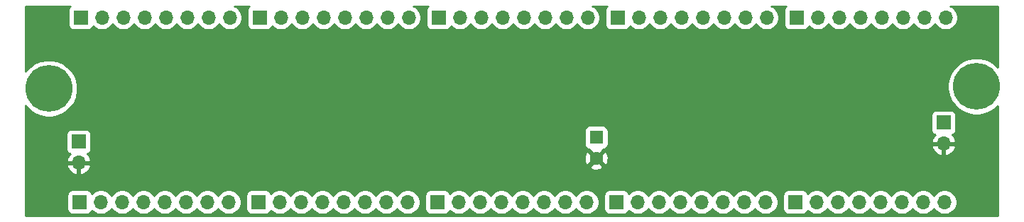
<source format=gbl>
G04 #@! TF.GenerationSoftware,KiCad,Pcbnew,(5.1.8)-1*
G04 #@! TF.CreationDate,2021-04-28T16:49:30+01:00*
G04 #@! TF.ProjectId,Altair buffer,416c7461-6972-4206-9275-666665722e6b,rev?*
G04 #@! TF.SameCoordinates,Original*
G04 #@! TF.FileFunction,Copper,L2,Bot*
G04 #@! TF.FilePolarity,Positive*
%FSLAX46Y46*%
G04 Gerber Fmt 4.6, Leading zero omitted, Abs format (unit mm)*
G04 Created by KiCad (PCBNEW (5.1.8)-1) date 2021-04-28 16:49:30*
%MOMM*%
%LPD*%
G01*
G04 APERTURE LIST*
G04 #@! TA.AperFunction,ComponentPad*
%ADD10O,1.700000X1.700000*%
G04 #@! TD*
G04 #@! TA.AperFunction,ComponentPad*
%ADD11R,1.700000X1.700000*%
G04 #@! TD*
G04 #@! TA.AperFunction,ComponentPad*
%ADD12C,5.600000*%
G04 #@! TD*
G04 #@! TA.AperFunction,ComponentPad*
%ADD13C,1.600000*%
G04 #@! TD*
G04 #@! TA.AperFunction,ComponentPad*
%ADD14R,1.600000X1.600000*%
G04 #@! TD*
G04 #@! TA.AperFunction,ViaPad*
%ADD15C,0.800000*%
G04 #@! TD*
G04 #@! TA.AperFunction,Conductor*
%ADD16C,0.254000*%
G04 #@! TD*
G04 #@! TA.AperFunction,Conductor*
%ADD17C,0.100000*%
G04 #@! TD*
G04 APERTURE END LIST*
D10*
X116586000Y-83185000D03*
X114046000Y-83185000D03*
X111506000Y-83185000D03*
X108966000Y-83185000D03*
X106426000Y-83185000D03*
X103886000Y-83185000D03*
X101346000Y-83185000D03*
D11*
X98806000Y-83185000D03*
D10*
X137922000Y-83185000D03*
X135382000Y-83185000D03*
X132842000Y-83185000D03*
X130302000Y-83185000D03*
X127762000Y-83185000D03*
X125222000Y-83185000D03*
X122682000Y-83185000D03*
D11*
X120142000Y-83185000D03*
D10*
X95250000Y-83185000D03*
X92710000Y-83185000D03*
X90170000Y-83185000D03*
X87630000Y-83185000D03*
X85090000Y-83185000D03*
X82550000Y-83185000D03*
X80010000Y-83185000D03*
D11*
X77470000Y-83185000D03*
D10*
X73914000Y-83185000D03*
X71374000Y-83185000D03*
X68834000Y-83185000D03*
X66294000Y-83185000D03*
X63754000Y-83185000D03*
X61214000Y-83185000D03*
X58674000Y-83185000D03*
D11*
X56134000Y-83185000D03*
D10*
X159258000Y-83185000D03*
X156718000Y-83185000D03*
X154178000Y-83185000D03*
X151638000Y-83185000D03*
X149098000Y-83185000D03*
X146558000Y-83185000D03*
X144018000Y-83185000D03*
D11*
X141478000Y-83185000D03*
D12*
X162941000Y-91440000D03*
X52324000Y-91694000D03*
D10*
X55880000Y-100584000D03*
D11*
X55880000Y-98044000D03*
D10*
X159004000Y-98298000D03*
D11*
X159004000Y-95758000D03*
D10*
X159131000Y-105283000D03*
X156591000Y-105283000D03*
X154051000Y-105283000D03*
X151511000Y-105283000D03*
X148971000Y-105283000D03*
X146431000Y-105283000D03*
X143891000Y-105283000D03*
D11*
X141351000Y-105283000D03*
D10*
X137795000Y-105283000D03*
X135255000Y-105283000D03*
X132715000Y-105283000D03*
X130175000Y-105283000D03*
X127635000Y-105283000D03*
X125095000Y-105283000D03*
X122555000Y-105283000D03*
D11*
X120015000Y-105283000D03*
D10*
X95123000Y-105283000D03*
X92583000Y-105283000D03*
X90043000Y-105283000D03*
X87503000Y-105283000D03*
X84963000Y-105283000D03*
X82423000Y-105283000D03*
X79883000Y-105283000D03*
D11*
X77343000Y-105283000D03*
D10*
X116459000Y-105283000D03*
X113919000Y-105283000D03*
X111379000Y-105283000D03*
X108839000Y-105283000D03*
X106299000Y-105283000D03*
X103759000Y-105283000D03*
X101219000Y-105283000D03*
D11*
X98679000Y-105283000D03*
D10*
X73787000Y-105283000D03*
X71247000Y-105283000D03*
X68707000Y-105283000D03*
X66167000Y-105283000D03*
X63627000Y-105283000D03*
X61087000Y-105283000D03*
X58547000Y-105283000D03*
D11*
X56007000Y-105283000D03*
D13*
X117602000Y-100036000D03*
D14*
X117602000Y-97536000D03*
D15*
X103378000Y-93599000D03*
X121793000Y-90170000D03*
X142748000Y-90297000D03*
X59817000Y-95885000D03*
X81280000Y-93472000D03*
D16*
X54832815Y-81883815D02*
X54753463Y-81980506D01*
X54694498Y-82090820D01*
X54658188Y-82210518D01*
X54645928Y-82335000D01*
X54645928Y-84035000D01*
X54658188Y-84159482D01*
X54694498Y-84279180D01*
X54753463Y-84389494D01*
X54832815Y-84486185D01*
X54929506Y-84565537D01*
X55039820Y-84624502D01*
X55159518Y-84660812D01*
X55284000Y-84673072D01*
X56984000Y-84673072D01*
X57108482Y-84660812D01*
X57228180Y-84624502D01*
X57338494Y-84565537D01*
X57435185Y-84486185D01*
X57514537Y-84389494D01*
X57573502Y-84279180D01*
X57595513Y-84206620D01*
X57727368Y-84338475D01*
X57970589Y-84500990D01*
X58240842Y-84612932D01*
X58527740Y-84670000D01*
X58820260Y-84670000D01*
X59107158Y-84612932D01*
X59377411Y-84500990D01*
X59620632Y-84338475D01*
X59827475Y-84131632D01*
X59944000Y-83957240D01*
X60060525Y-84131632D01*
X60267368Y-84338475D01*
X60510589Y-84500990D01*
X60780842Y-84612932D01*
X61067740Y-84670000D01*
X61360260Y-84670000D01*
X61647158Y-84612932D01*
X61917411Y-84500990D01*
X62160632Y-84338475D01*
X62367475Y-84131632D01*
X62484000Y-83957240D01*
X62600525Y-84131632D01*
X62807368Y-84338475D01*
X63050589Y-84500990D01*
X63320842Y-84612932D01*
X63607740Y-84670000D01*
X63900260Y-84670000D01*
X64187158Y-84612932D01*
X64457411Y-84500990D01*
X64700632Y-84338475D01*
X64907475Y-84131632D01*
X65024000Y-83957240D01*
X65140525Y-84131632D01*
X65347368Y-84338475D01*
X65590589Y-84500990D01*
X65860842Y-84612932D01*
X66147740Y-84670000D01*
X66440260Y-84670000D01*
X66727158Y-84612932D01*
X66997411Y-84500990D01*
X67240632Y-84338475D01*
X67447475Y-84131632D01*
X67564000Y-83957240D01*
X67680525Y-84131632D01*
X67887368Y-84338475D01*
X68130589Y-84500990D01*
X68400842Y-84612932D01*
X68687740Y-84670000D01*
X68980260Y-84670000D01*
X69267158Y-84612932D01*
X69537411Y-84500990D01*
X69780632Y-84338475D01*
X69987475Y-84131632D01*
X70104000Y-83957240D01*
X70220525Y-84131632D01*
X70427368Y-84338475D01*
X70670589Y-84500990D01*
X70940842Y-84612932D01*
X71227740Y-84670000D01*
X71520260Y-84670000D01*
X71807158Y-84612932D01*
X72077411Y-84500990D01*
X72320632Y-84338475D01*
X72527475Y-84131632D01*
X72644000Y-83957240D01*
X72760525Y-84131632D01*
X72967368Y-84338475D01*
X73210589Y-84500990D01*
X73480842Y-84612932D01*
X73767740Y-84670000D01*
X74060260Y-84670000D01*
X74347158Y-84612932D01*
X74617411Y-84500990D01*
X74860632Y-84338475D01*
X75067475Y-84131632D01*
X75229990Y-83888411D01*
X75341932Y-83618158D01*
X75399000Y-83331260D01*
X75399000Y-83038740D01*
X75341932Y-82751842D01*
X75229990Y-82481589D01*
X75067475Y-82238368D01*
X74860632Y-82031525D01*
X74617411Y-81869010D01*
X74482190Y-81813000D01*
X76255104Y-81813000D01*
X76168815Y-81883815D01*
X76089463Y-81980506D01*
X76030498Y-82090820D01*
X75994188Y-82210518D01*
X75981928Y-82335000D01*
X75981928Y-84035000D01*
X75994188Y-84159482D01*
X76030498Y-84279180D01*
X76089463Y-84389494D01*
X76168815Y-84486185D01*
X76265506Y-84565537D01*
X76375820Y-84624502D01*
X76495518Y-84660812D01*
X76620000Y-84673072D01*
X78320000Y-84673072D01*
X78444482Y-84660812D01*
X78564180Y-84624502D01*
X78674494Y-84565537D01*
X78771185Y-84486185D01*
X78850537Y-84389494D01*
X78909502Y-84279180D01*
X78931513Y-84206620D01*
X79063368Y-84338475D01*
X79306589Y-84500990D01*
X79576842Y-84612932D01*
X79863740Y-84670000D01*
X80156260Y-84670000D01*
X80443158Y-84612932D01*
X80713411Y-84500990D01*
X80956632Y-84338475D01*
X81163475Y-84131632D01*
X81280000Y-83957240D01*
X81396525Y-84131632D01*
X81603368Y-84338475D01*
X81846589Y-84500990D01*
X82116842Y-84612932D01*
X82403740Y-84670000D01*
X82696260Y-84670000D01*
X82983158Y-84612932D01*
X83253411Y-84500990D01*
X83496632Y-84338475D01*
X83703475Y-84131632D01*
X83820000Y-83957240D01*
X83936525Y-84131632D01*
X84143368Y-84338475D01*
X84386589Y-84500990D01*
X84656842Y-84612932D01*
X84943740Y-84670000D01*
X85236260Y-84670000D01*
X85523158Y-84612932D01*
X85793411Y-84500990D01*
X86036632Y-84338475D01*
X86243475Y-84131632D01*
X86360000Y-83957240D01*
X86476525Y-84131632D01*
X86683368Y-84338475D01*
X86926589Y-84500990D01*
X87196842Y-84612932D01*
X87483740Y-84670000D01*
X87776260Y-84670000D01*
X88063158Y-84612932D01*
X88333411Y-84500990D01*
X88576632Y-84338475D01*
X88783475Y-84131632D01*
X88900000Y-83957240D01*
X89016525Y-84131632D01*
X89223368Y-84338475D01*
X89466589Y-84500990D01*
X89736842Y-84612932D01*
X90023740Y-84670000D01*
X90316260Y-84670000D01*
X90603158Y-84612932D01*
X90873411Y-84500990D01*
X91116632Y-84338475D01*
X91323475Y-84131632D01*
X91440000Y-83957240D01*
X91556525Y-84131632D01*
X91763368Y-84338475D01*
X92006589Y-84500990D01*
X92276842Y-84612932D01*
X92563740Y-84670000D01*
X92856260Y-84670000D01*
X93143158Y-84612932D01*
X93413411Y-84500990D01*
X93656632Y-84338475D01*
X93863475Y-84131632D01*
X93980000Y-83957240D01*
X94096525Y-84131632D01*
X94303368Y-84338475D01*
X94546589Y-84500990D01*
X94816842Y-84612932D01*
X95103740Y-84670000D01*
X95396260Y-84670000D01*
X95683158Y-84612932D01*
X95953411Y-84500990D01*
X96196632Y-84338475D01*
X96403475Y-84131632D01*
X96565990Y-83888411D01*
X96677932Y-83618158D01*
X96735000Y-83331260D01*
X96735000Y-83038740D01*
X96677932Y-82751842D01*
X96565990Y-82481589D01*
X96403475Y-82238368D01*
X96196632Y-82031525D01*
X95953411Y-81869010D01*
X95818190Y-81813000D01*
X97591104Y-81813000D01*
X97504815Y-81883815D01*
X97425463Y-81980506D01*
X97366498Y-82090820D01*
X97330188Y-82210518D01*
X97317928Y-82335000D01*
X97317928Y-84035000D01*
X97330188Y-84159482D01*
X97366498Y-84279180D01*
X97425463Y-84389494D01*
X97504815Y-84486185D01*
X97601506Y-84565537D01*
X97711820Y-84624502D01*
X97831518Y-84660812D01*
X97956000Y-84673072D01*
X99656000Y-84673072D01*
X99780482Y-84660812D01*
X99900180Y-84624502D01*
X100010494Y-84565537D01*
X100107185Y-84486185D01*
X100186537Y-84389494D01*
X100245502Y-84279180D01*
X100267513Y-84206620D01*
X100399368Y-84338475D01*
X100642589Y-84500990D01*
X100912842Y-84612932D01*
X101199740Y-84670000D01*
X101492260Y-84670000D01*
X101779158Y-84612932D01*
X102049411Y-84500990D01*
X102292632Y-84338475D01*
X102499475Y-84131632D01*
X102616000Y-83957240D01*
X102732525Y-84131632D01*
X102939368Y-84338475D01*
X103182589Y-84500990D01*
X103452842Y-84612932D01*
X103739740Y-84670000D01*
X104032260Y-84670000D01*
X104319158Y-84612932D01*
X104589411Y-84500990D01*
X104832632Y-84338475D01*
X105039475Y-84131632D01*
X105156000Y-83957240D01*
X105272525Y-84131632D01*
X105479368Y-84338475D01*
X105722589Y-84500990D01*
X105992842Y-84612932D01*
X106279740Y-84670000D01*
X106572260Y-84670000D01*
X106859158Y-84612932D01*
X107129411Y-84500990D01*
X107372632Y-84338475D01*
X107579475Y-84131632D01*
X107696000Y-83957240D01*
X107812525Y-84131632D01*
X108019368Y-84338475D01*
X108262589Y-84500990D01*
X108532842Y-84612932D01*
X108819740Y-84670000D01*
X109112260Y-84670000D01*
X109399158Y-84612932D01*
X109669411Y-84500990D01*
X109912632Y-84338475D01*
X110119475Y-84131632D01*
X110236000Y-83957240D01*
X110352525Y-84131632D01*
X110559368Y-84338475D01*
X110802589Y-84500990D01*
X111072842Y-84612932D01*
X111359740Y-84670000D01*
X111652260Y-84670000D01*
X111939158Y-84612932D01*
X112209411Y-84500990D01*
X112452632Y-84338475D01*
X112659475Y-84131632D01*
X112776000Y-83957240D01*
X112892525Y-84131632D01*
X113099368Y-84338475D01*
X113342589Y-84500990D01*
X113612842Y-84612932D01*
X113899740Y-84670000D01*
X114192260Y-84670000D01*
X114479158Y-84612932D01*
X114749411Y-84500990D01*
X114992632Y-84338475D01*
X115199475Y-84131632D01*
X115316000Y-83957240D01*
X115432525Y-84131632D01*
X115639368Y-84338475D01*
X115882589Y-84500990D01*
X116152842Y-84612932D01*
X116439740Y-84670000D01*
X116732260Y-84670000D01*
X117019158Y-84612932D01*
X117289411Y-84500990D01*
X117532632Y-84338475D01*
X117739475Y-84131632D01*
X117901990Y-83888411D01*
X118013932Y-83618158D01*
X118071000Y-83331260D01*
X118071000Y-83038740D01*
X118013932Y-82751842D01*
X117901990Y-82481589D01*
X117739475Y-82238368D01*
X117532632Y-82031525D01*
X117289411Y-81869010D01*
X117154190Y-81813000D01*
X118927104Y-81813000D01*
X118840815Y-81883815D01*
X118761463Y-81980506D01*
X118702498Y-82090820D01*
X118666188Y-82210518D01*
X118653928Y-82335000D01*
X118653928Y-84035000D01*
X118666188Y-84159482D01*
X118702498Y-84279180D01*
X118761463Y-84389494D01*
X118840815Y-84486185D01*
X118937506Y-84565537D01*
X119047820Y-84624502D01*
X119167518Y-84660812D01*
X119292000Y-84673072D01*
X120992000Y-84673072D01*
X121116482Y-84660812D01*
X121236180Y-84624502D01*
X121346494Y-84565537D01*
X121443185Y-84486185D01*
X121522537Y-84389494D01*
X121581502Y-84279180D01*
X121603513Y-84206620D01*
X121735368Y-84338475D01*
X121978589Y-84500990D01*
X122248842Y-84612932D01*
X122535740Y-84670000D01*
X122828260Y-84670000D01*
X123115158Y-84612932D01*
X123385411Y-84500990D01*
X123628632Y-84338475D01*
X123835475Y-84131632D01*
X123952000Y-83957240D01*
X124068525Y-84131632D01*
X124275368Y-84338475D01*
X124518589Y-84500990D01*
X124788842Y-84612932D01*
X125075740Y-84670000D01*
X125368260Y-84670000D01*
X125655158Y-84612932D01*
X125925411Y-84500990D01*
X126168632Y-84338475D01*
X126375475Y-84131632D01*
X126492000Y-83957240D01*
X126608525Y-84131632D01*
X126815368Y-84338475D01*
X127058589Y-84500990D01*
X127328842Y-84612932D01*
X127615740Y-84670000D01*
X127908260Y-84670000D01*
X128195158Y-84612932D01*
X128465411Y-84500990D01*
X128708632Y-84338475D01*
X128915475Y-84131632D01*
X129032000Y-83957240D01*
X129148525Y-84131632D01*
X129355368Y-84338475D01*
X129598589Y-84500990D01*
X129868842Y-84612932D01*
X130155740Y-84670000D01*
X130448260Y-84670000D01*
X130735158Y-84612932D01*
X131005411Y-84500990D01*
X131248632Y-84338475D01*
X131455475Y-84131632D01*
X131572000Y-83957240D01*
X131688525Y-84131632D01*
X131895368Y-84338475D01*
X132138589Y-84500990D01*
X132408842Y-84612932D01*
X132695740Y-84670000D01*
X132988260Y-84670000D01*
X133275158Y-84612932D01*
X133545411Y-84500990D01*
X133788632Y-84338475D01*
X133995475Y-84131632D01*
X134112000Y-83957240D01*
X134228525Y-84131632D01*
X134435368Y-84338475D01*
X134678589Y-84500990D01*
X134948842Y-84612932D01*
X135235740Y-84670000D01*
X135528260Y-84670000D01*
X135815158Y-84612932D01*
X136085411Y-84500990D01*
X136328632Y-84338475D01*
X136535475Y-84131632D01*
X136652000Y-83957240D01*
X136768525Y-84131632D01*
X136975368Y-84338475D01*
X137218589Y-84500990D01*
X137488842Y-84612932D01*
X137775740Y-84670000D01*
X138068260Y-84670000D01*
X138355158Y-84612932D01*
X138625411Y-84500990D01*
X138868632Y-84338475D01*
X139075475Y-84131632D01*
X139237990Y-83888411D01*
X139349932Y-83618158D01*
X139407000Y-83331260D01*
X139407000Y-83038740D01*
X139349932Y-82751842D01*
X139237990Y-82481589D01*
X139075475Y-82238368D01*
X138868632Y-82031525D01*
X138625411Y-81869010D01*
X138490190Y-81813000D01*
X140263104Y-81813000D01*
X140176815Y-81883815D01*
X140097463Y-81980506D01*
X140038498Y-82090820D01*
X140002188Y-82210518D01*
X139989928Y-82335000D01*
X139989928Y-84035000D01*
X140002188Y-84159482D01*
X140038498Y-84279180D01*
X140097463Y-84389494D01*
X140176815Y-84486185D01*
X140273506Y-84565537D01*
X140383820Y-84624502D01*
X140503518Y-84660812D01*
X140628000Y-84673072D01*
X142328000Y-84673072D01*
X142452482Y-84660812D01*
X142572180Y-84624502D01*
X142682494Y-84565537D01*
X142779185Y-84486185D01*
X142858537Y-84389494D01*
X142917502Y-84279180D01*
X142939513Y-84206620D01*
X143071368Y-84338475D01*
X143314589Y-84500990D01*
X143584842Y-84612932D01*
X143871740Y-84670000D01*
X144164260Y-84670000D01*
X144451158Y-84612932D01*
X144721411Y-84500990D01*
X144964632Y-84338475D01*
X145171475Y-84131632D01*
X145288000Y-83957240D01*
X145404525Y-84131632D01*
X145611368Y-84338475D01*
X145854589Y-84500990D01*
X146124842Y-84612932D01*
X146411740Y-84670000D01*
X146704260Y-84670000D01*
X146991158Y-84612932D01*
X147261411Y-84500990D01*
X147504632Y-84338475D01*
X147711475Y-84131632D01*
X147828000Y-83957240D01*
X147944525Y-84131632D01*
X148151368Y-84338475D01*
X148394589Y-84500990D01*
X148664842Y-84612932D01*
X148951740Y-84670000D01*
X149244260Y-84670000D01*
X149531158Y-84612932D01*
X149801411Y-84500990D01*
X150044632Y-84338475D01*
X150251475Y-84131632D01*
X150368000Y-83957240D01*
X150484525Y-84131632D01*
X150691368Y-84338475D01*
X150934589Y-84500990D01*
X151204842Y-84612932D01*
X151491740Y-84670000D01*
X151784260Y-84670000D01*
X152071158Y-84612932D01*
X152341411Y-84500990D01*
X152584632Y-84338475D01*
X152791475Y-84131632D01*
X152908000Y-83957240D01*
X153024525Y-84131632D01*
X153231368Y-84338475D01*
X153474589Y-84500990D01*
X153744842Y-84612932D01*
X154031740Y-84670000D01*
X154324260Y-84670000D01*
X154611158Y-84612932D01*
X154881411Y-84500990D01*
X155124632Y-84338475D01*
X155331475Y-84131632D01*
X155448000Y-83957240D01*
X155564525Y-84131632D01*
X155771368Y-84338475D01*
X156014589Y-84500990D01*
X156284842Y-84612932D01*
X156571740Y-84670000D01*
X156864260Y-84670000D01*
X157151158Y-84612932D01*
X157421411Y-84500990D01*
X157664632Y-84338475D01*
X157871475Y-84131632D01*
X157988000Y-83957240D01*
X158104525Y-84131632D01*
X158311368Y-84338475D01*
X158554589Y-84500990D01*
X158824842Y-84612932D01*
X159111740Y-84670000D01*
X159404260Y-84670000D01*
X159691158Y-84612932D01*
X159961411Y-84500990D01*
X160204632Y-84338475D01*
X160411475Y-84131632D01*
X160573990Y-83888411D01*
X160685932Y-83618158D01*
X160743000Y-83331260D01*
X160743000Y-83038740D01*
X160685932Y-82751842D01*
X160573990Y-82481589D01*
X160411475Y-82238368D01*
X160204632Y-82031525D01*
X159961411Y-81869010D01*
X159826190Y-81813000D01*
X165456001Y-81813000D01*
X165456001Y-89097178D01*
X165130685Y-88771862D01*
X164568082Y-88395943D01*
X163942952Y-88137006D01*
X163279318Y-88005000D01*
X162602682Y-88005000D01*
X161939048Y-88137006D01*
X161313918Y-88395943D01*
X160751315Y-88771862D01*
X160272862Y-89250315D01*
X159896943Y-89812918D01*
X159638006Y-90438048D01*
X159506000Y-91101682D01*
X159506000Y-91778318D01*
X159638006Y-92441952D01*
X159896943Y-93067082D01*
X160272862Y-93629685D01*
X160751315Y-94108138D01*
X161313918Y-94484057D01*
X161939048Y-94742994D01*
X162602682Y-94875000D01*
X163279318Y-94875000D01*
X163942952Y-94742994D01*
X164568082Y-94484057D01*
X165130685Y-94108138D01*
X165456001Y-93782822D01*
X165456000Y-106909000D01*
X49555000Y-106909000D01*
X49555000Y-104433000D01*
X54518928Y-104433000D01*
X54518928Y-106133000D01*
X54531188Y-106257482D01*
X54567498Y-106377180D01*
X54626463Y-106487494D01*
X54705815Y-106584185D01*
X54802506Y-106663537D01*
X54912820Y-106722502D01*
X55032518Y-106758812D01*
X55157000Y-106771072D01*
X56857000Y-106771072D01*
X56981482Y-106758812D01*
X57101180Y-106722502D01*
X57211494Y-106663537D01*
X57308185Y-106584185D01*
X57387537Y-106487494D01*
X57446502Y-106377180D01*
X57468513Y-106304620D01*
X57600368Y-106436475D01*
X57843589Y-106598990D01*
X58113842Y-106710932D01*
X58400740Y-106768000D01*
X58693260Y-106768000D01*
X58980158Y-106710932D01*
X59250411Y-106598990D01*
X59493632Y-106436475D01*
X59700475Y-106229632D01*
X59817000Y-106055240D01*
X59933525Y-106229632D01*
X60140368Y-106436475D01*
X60383589Y-106598990D01*
X60653842Y-106710932D01*
X60940740Y-106768000D01*
X61233260Y-106768000D01*
X61520158Y-106710932D01*
X61790411Y-106598990D01*
X62033632Y-106436475D01*
X62240475Y-106229632D01*
X62357000Y-106055240D01*
X62473525Y-106229632D01*
X62680368Y-106436475D01*
X62923589Y-106598990D01*
X63193842Y-106710932D01*
X63480740Y-106768000D01*
X63773260Y-106768000D01*
X64060158Y-106710932D01*
X64330411Y-106598990D01*
X64573632Y-106436475D01*
X64780475Y-106229632D01*
X64897000Y-106055240D01*
X65013525Y-106229632D01*
X65220368Y-106436475D01*
X65463589Y-106598990D01*
X65733842Y-106710932D01*
X66020740Y-106768000D01*
X66313260Y-106768000D01*
X66600158Y-106710932D01*
X66870411Y-106598990D01*
X67113632Y-106436475D01*
X67320475Y-106229632D01*
X67437000Y-106055240D01*
X67553525Y-106229632D01*
X67760368Y-106436475D01*
X68003589Y-106598990D01*
X68273842Y-106710932D01*
X68560740Y-106768000D01*
X68853260Y-106768000D01*
X69140158Y-106710932D01*
X69410411Y-106598990D01*
X69653632Y-106436475D01*
X69860475Y-106229632D01*
X69977000Y-106055240D01*
X70093525Y-106229632D01*
X70300368Y-106436475D01*
X70543589Y-106598990D01*
X70813842Y-106710932D01*
X71100740Y-106768000D01*
X71393260Y-106768000D01*
X71680158Y-106710932D01*
X71950411Y-106598990D01*
X72193632Y-106436475D01*
X72400475Y-106229632D01*
X72517000Y-106055240D01*
X72633525Y-106229632D01*
X72840368Y-106436475D01*
X73083589Y-106598990D01*
X73353842Y-106710932D01*
X73640740Y-106768000D01*
X73933260Y-106768000D01*
X74220158Y-106710932D01*
X74490411Y-106598990D01*
X74733632Y-106436475D01*
X74940475Y-106229632D01*
X75102990Y-105986411D01*
X75214932Y-105716158D01*
X75272000Y-105429260D01*
X75272000Y-105136740D01*
X75214932Y-104849842D01*
X75102990Y-104579589D01*
X75005043Y-104433000D01*
X75854928Y-104433000D01*
X75854928Y-106133000D01*
X75867188Y-106257482D01*
X75903498Y-106377180D01*
X75962463Y-106487494D01*
X76041815Y-106584185D01*
X76138506Y-106663537D01*
X76248820Y-106722502D01*
X76368518Y-106758812D01*
X76493000Y-106771072D01*
X78193000Y-106771072D01*
X78317482Y-106758812D01*
X78437180Y-106722502D01*
X78547494Y-106663537D01*
X78644185Y-106584185D01*
X78723537Y-106487494D01*
X78782502Y-106377180D01*
X78804513Y-106304620D01*
X78936368Y-106436475D01*
X79179589Y-106598990D01*
X79449842Y-106710932D01*
X79736740Y-106768000D01*
X80029260Y-106768000D01*
X80316158Y-106710932D01*
X80586411Y-106598990D01*
X80829632Y-106436475D01*
X81036475Y-106229632D01*
X81153000Y-106055240D01*
X81269525Y-106229632D01*
X81476368Y-106436475D01*
X81719589Y-106598990D01*
X81989842Y-106710932D01*
X82276740Y-106768000D01*
X82569260Y-106768000D01*
X82856158Y-106710932D01*
X83126411Y-106598990D01*
X83369632Y-106436475D01*
X83576475Y-106229632D01*
X83693000Y-106055240D01*
X83809525Y-106229632D01*
X84016368Y-106436475D01*
X84259589Y-106598990D01*
X84529842Y-106710932D01*
X84816740Y-106768000D01*
X85109260Y-106768000D01*
X85396158Y-106710932D01*
X85666411Y-106598990D01*
X85909632Y-106436475D01*
X86116475Y-106229632D01*
X86233000Y-106055240D01*
X86349525Y-106229632D01*
X86556368Y-106436475D01*
X86799589Y-106598990D01*
X87069842Y-106710932D01*
X87356740Y-106768000D01*
X87649260Y-106768000D01*
X87936158Y-106710932D01*
X88206411Y-106598990D01*
X88449632Y-106436475D01*
X88656475Y-106229632D01*
X88773000Y-106055240D01*
X88889525Y-106229632D01*
X89096368Y-106436475D01*
X89339589Y-106598990D01*
X89609842Y-106710932D01*
X89896740Y-106768000D01*
X90189260Y-106768000D01*
X90476158Y-106710932D01*
X90746411Y-106598990D01*
X90989632Y-106436475D01*
X91196475Y-106229632D01*
X91313000Y-106055240D01*
X91429525Y-106229632D01*
X91636368Y-106436475D01*
X91879589Y-106598990D01*
X92149842Y-106710932D01*
X92436740Y-106768000D01*
X92729260Y-106768000D01*
X93016158Y-106710932D01*
X93286411Y-106598990D01*
X93529632Y-106436475D01*
X93736475Y-106229632D01*
X93853000Y-106055240D01*
X93969525Y-106229632D01*
X94176368Y-106436475D01*
X94419589Y-106598990D01*
X94689842Y-106710932D01*
X94976740Y-106768000D01*
X95269260Y-106768000D01*
X95556158Y-106710932D01*
X95826411Y-106598990D01*
X96069632Y-106436475D01*
X96276475Y-106229632D01*
X96438990Y-105986411D01*
X96550932Y-105716158D01*
X96608000Y-105429260D01*
X96608000Y-105136740D01*
X96550932Y-104849842D01*
X96438990Y-104579589D01*
X96341043Y-104433000D01*
X97190928Y-104433000D01*
X97190928Y-106133000D01*
X97203188Y-106257482D01*
X97239498Y-106377180D01*
X97298463Y-106487494D01*
X97377815Y-106584185D01*
X97474506Y-106663537D01*
X97584820Y-106722502D01*
X97704518Y-106758812D01*
X97829000Y-106771072D01*
X99529000Y-106771072D01*
X99653482Y-106758812D01*
X99773180Y-106722502D01*
X99883494Y-106663537D01*
X99980185Y-106584185D01*
X100059537Y-106487494D01*
X100118502Y-106377180D01*
X100140513Y-106304620D01*
X100272368Y-106436475D01*
X100515589Y-106598990D01*
X100785842Y-106710932D01*
X101072740Y-106768000D01*
X101365260Y-106768000D01*
X101652158Y-106710932D01*
X101922411Y-106598990D01*
X102165632Y-106436475D01*
X102372475Y-106229632D01*
X102489000Y-106055240D01*
X102605525Y-106229632D01*
X102812368Y-106436475D01*
X103055589Y-106598990D01*
X103325842Y-106710932D01*
X103612740Y-106768000D01*
X103905260Y-106768000D01*
X104192158Y-106710932D01*
X104462411Y-106598990D01*
X104705632Y-106436475D01*
X104912475Y-106229632D01*
X105029000Y-106055240D01*
X105145525Y-106229632D01*
X105352368Y-106436475D01*
X105595589Y-106598990D01*
X105865842Y-106710932D01*
X106152740Y-106768000D01*
X106445260Y-106768000D01*
X106732158Y-106710932D01*
X107002411Y-106598990D01*
X107245632Y-106436475D01*
X107452475Y-106229632D01*
X107569000Y-106055240D01*
X107685525Y-106229632D01*
X107892368Y-106436475D01*
X108135589Y-106598990D01*
X108405842Y-106710932D01*
X108692740Y-106768000D01*
X108985260Y-106768000D01*
X109272158Y-106710932D01*
X109542411Y-106598990D01*
X109785632Y-106436475D01*
X109992475Y-106229632D01*
X110109000Y-106055240D01*
X110225525Y-106229632D01*
X110432368Y-106436475D01*
X110675589Y-106598990D01*
X110945842Y-106710932D01*
X111232740Y-106768000D01*
X111525260Y-106768000D01*
X111812158Y-106710932D01*
X112082411Y-106598990D01*
X112325632Y-106436475D01*
X112532475Y-106229632D01*
X112649000Y-106055240D01*
X112765525Y-106229632D01*
X112972368Y-106436475D01*
X113215589Y-106598990D01*
X113485842Y-106710932D01*
X113772740Y-106768000D01*
X114065260Y-106768000D01*
X114352158Y-106710932D01*
X114622411Y-106598990D01*
X114865632Y-106436475D01*
X115072475Y-106229632D01*
X115189000Y-106055240D01*
X115305525Y-106229632D01*
X115512368Y-106436475D01*
X115755589Y-106598990D01*
X116025842Y-106710932D01*
X116312740Y-106768000D01*
X116605260Y-106768000D01*
X116892158Y-106710932D01*
X117162411Y-106598990D01*
X117405632Y-106436475D01*
X117612475Y-106229632D01*
X117774990Y-105986411D01*
X117886932Y-105716158D01*
X117944000Y-105429260D01*
X117944000Y-105136740D01*
X117886932Y-104849842D01*
X117774990Y-104579589D01*
X117677043Y-104433000D01*
X118526928Y-104433000D01*
X118526928Y-106133000D01*
X118539188Y-106257482D01*
X118575498Y-106377180D01*
X118634463Y-106487494D01*
X118713815Y-106584185D01*
X118810506Y-106663537D01*
X118920820Y-106722502D01*
X119040518Y-106758812D01*
X119165000Y-106771072D01*
X120865000Y-106771072D01*
X120989482Y-106758812D01*
X121109180Y-106722502D01*
X121219494Y-106663537D01*
X121316185Y-106584185D01*
X121395537Y-106487494D01*
X121454502Y-106377180D01*
X121476513Y-106304620D01*
X121608368Y-106436475D01*
X121851589Y-106598990D01*
X122121842Y-106710932D01*
X122408740Y-106768000D01*
X122701260Y-106768000D01*
X122988158Y-106710932D01*
X123258411Y-106598990D01*
X123501632Y-106436475D01*
X123708475Y-106229632D01*
X123825000Y-106055240D01*
X123941525Y-106229632D01*
X124148368Y-106436475D01*
X124391589Y-106598990D01*
X124661842Y-106710932D01*
X124948740Y-106768000D01*
X125241260Y-106768000D01*
X125528158Y-106710932D01*
X125798411Y-106598990D01*
X126041632Y-106436475D01*
X126248475Y-106229632D01*
X126365000Y-106055240D01*
X126481525Y-106229632D01*
X126688368Y-106436475D01*
X126931589Y-106598990D01*
X127201842Y-106710932D01*
X127488740Y-106768000D01*
X127781260Y-106768000D01*
X128068158Y-106710932D01*
X128338411Y-106598990D01*
X128581632Y-106436475D01*
X128788475Y-106229632D01*
X128905000Y-106055240D01*
X129021525Y-106229632D01*
X129228368Y-106436475D01*
X129471589Y-106598990D01*
X129741842Y-106710932D01*
X130028740Y-106768000D01*
X130321260Y-106768000D01*
X130608158Y-106710932D01*
X130878411Y-106598990D01*
X131121632Y-106436475D01*
X131328475Y-106229632D01*
X131445000Y-106055240D01*
X131561525Y-106229632D01*
X131768368Y-106436475D01*
X132011589Y-106598990D01*
X132281842Y-106710932D01*
X132568740Y-106768000D01*
X132861260Y-106768000D01*
X133148158Y-106710932D01*
X133418411Y-106598990D01*
X133661632Y-106436475D01*
X133868475Y-106229632D01*
X133985000Y-106055240D01*
X134101525Y-106229632D01*
X134308368Y-106436475D01*
X134551589Y-106598990D01*
X134821842Y-106710932D01*
X135108740Y-106768000D01*
X135401260Y-106768000D01*
X135688158Y-106710932D01*
X135958411Y-106598990D01*
X136201632Y-106436475D01*
X136408475Y-106229632D01*
X136525000Y-106055240D01*
X136641525Y-106229632D01*
X136848368Y-106436475D01*
X137091589Y-106598990D01*
X137361842Y-106710932D01*
X137648740Y-106768000D01*
X137941260Y-106768000D01*
X138228158Y-106710932D01*
X138498411Y-106598990D01*
X138741632Y-106436475D01*
X138948475Y-106229632D01*
X139110990Y-105986411D01*
X139222932Y-105716158D01*
X139280000Y-105429260D01*
X139280000Y-105136740D01*
X139222932Y-104849842D01*
X139110990Y-104579589D01*
X139013043Y-104433000D01*
X139862928Y-104433000D01*
X139862928Y-106133000D01*
X139875188Y-106257482D01*
X139911498Y-106377180D01*
X139970463Y-106487494D01*
X140049815Y-106584185D01*
X140146506Y-106663537D01*
X140256820Y-106722502D01*
X140376518Y-106758812D01*
X140501000Y-106771072D01*
X142201000Y-106771072D01*
X142325482Y-106758812D01*
X142445180Y-106722502D01*
X142555494Y-106663537D01*
X142652185Y-106584185D01*
X142731537Y-106487494D01*
X142790502Y-106377180D01*
X142812513Y-106304620D01*
X142944368Y-106436475D01*
X143187589Y-106598990D01*
X143457842Y-106710932D01*
X143744740Y-106768000D01*
X144037260Y-106768000D01*
X144324158Y-106710932D01*
X144594411Y-106598990D01*
X144837632Y-106436475D01*
X145044475Y-106229632D01*
X145161000Y-106055240D01*
X145277525Y-106229632D01*
X145484368Y-106436475D01*
X145727589Y-106598990D01*
X145997842Y-106710932D01*
X146284740Y-106768000D01*
X146577260Y-106768000D01*
X146864158Y-106710932D01*
X147134411Y-106598990D01*
X147377632Y-106436475D01*
X147584475Y-106229632D01*
X147701000Y-106055240D01*
X147817525Y-106229632D01*
X148024368Y-106436475D01*
X148267589Y-106598990D01*
X148537842Y-106710932D01*
X148824740Y-106768000D01*
X149117260Y-106768000D01*
X149404158Y-106710932D01*
X149674411Y-106598990D01*
X149917632Y-106436475D01*
X150124475Y-106229632D01*
X150241000Y-106055240D01*
X150357525Y-106229632D01*
X150564368Y-106436475D01*
X150807589Y-106598990D01*
X151077842Y-106710932D01*
X151364740Y-106768000D01*
X151657260Y-106768000D01*
X151944158Y-106710932D01*
X152214411Y-106598990D01*
X152457632Y-106436475D01*
X152664475Y-106229632D01*
X152781000Y-106055240D01*
X152897525Y-106229632D01*
X153104368Y-106436475D01*
X153347589Y-106598990D01*
X153617842Y-106710932D01*
X153904740Y-106768000D01*
X154197260Y-106768000D01*
X154484158Y-106710932D01*
X154754411Y-106598990D01*
X154997632Y-106436475D01*
X155204475Y-106229632D01*
X155321000Y-106055240D01*
X155437525Y-106229632D01*
X155644368Y-106436475D01*
X155887589Y-106598990D01*
X156157842Y-106710932D01*
X156444740Y-106768000D01*
X156737260Y-106768000D01*
X157024158Y-106710932D01*
X157294411Y-106598990D01*
X157537632Y-106436475D01*
X157744475Y-106229632D01*
X157861000Y-106055240D01*
X157977525Y-106229632D01*
X158184368Y-106436475D01*
X158427589Y-106598990D01*
X158697842Y-106710932D01*
X158984740Y-106768000D01*
X159277260Y-106768000D01*
X159564158Y-106710932D01*
X159834411Y-106598990D01*
X160077632Y-106436475D01*
X160284475Y-106229632D01*
X160446990Y-105986411D01*
X160558932Y-105716158D01*
X160616000Y-105429260D01*
X160616000Y-105136740D01*
X160558932Y-104849842D01*
X160446990Y-104579589D01*
X160284475Y-104336368D01*
X160077632Y-104129525D01*
X159834411Y-103967010D01*
X159564158Y-103855068D01*
X159277260Y-103798000D01*
X158984740Y-103798000D01*
X158697842Y-103855068D01*
X158427589Y-103967010D01*
X158184368Y-104129525D01*
X157977525Y-104336368D01*
X157861000Y-104510760D01*
X157744475Y-104336368D01*
X157537632Y-104129525D01*
X157294411Y-103967010D01*
X157024158Y-103855068D01*
X156737260Y-103798000D01*
X156444740Y-103798000D01*
X156157842Y-103855068D01*
X155887589Y-103967010D01*
X155644368Y-104129525D01*
X155437525Y-104336368D01*
X155321000Y-104510760D01*
X155204475Y-104336368D01*
X154997632Y-104129525D01*
X154754411Y-103967010D01*
X154484158Y-103855068D01*
X154197260Y-103798000D01*
X153904740Y-103798000D01*
X153617842Y-103855068D01*
X153347589Y-103967010D01*
X153104368Y-104129525D01*
X152897525Y-104336368D01*
X152781000Y-104510760D01*
X152664475Y-104336368D01*
X152457632Y-104129525D01*
X152214411Y-103967010D01*
X151944158Y-103855068D01*
X151657260Y-103798000D01*
X151364740Y-103798000D01*
X151077842Y-103855068D01*
X150807589Y-103967010D01*
X150564368Y-104129525D01*
X150357525Y-104336368D01*
X150241000Y-104510760D01*
X150124475Y-104336368D01*
X149917632Y-104129525D01*
X149674411Y-103967010D01*
X149404158Y-103855068D01*
X149117260Y-103798000D01*
X148824740Y-103798000D01*
X148537842Y-103855068D01*
X148267589Y-103967010D01*
X148024368Y-104129525D01*
X147817525Y-104336368D01*
X147701000Y-104510760D01*
X147584475Y-104336368D01*
X147377632Y-104129525D01*
X147134411Y-103967010D01*
X146864158Y-103855068D01*
X146577260Y-103798000D01*
X146284740Y-103798000D01*
X145997842Y-103855068D01*
X145727589Y-103967010D01*
X145484368Y-104129525D01*
X145277525Y-104336368D01*
X145161000Y-104510760D01*
X145044475Y-104336368D01*
X144837632Y-104129525D01*
X144594411Y-103967010D01*
X144324158Y-103855068D01*
X144037260Y-103798000D01*
X143744740Y-103798000D01*
X143457842Y-103855068D01*
X143187589Y-103967010D01*
X142944368Y-104129525D01*
X142812513Y-104261380D01*
X142790502Y-104188820D01*
X142731537Y-104078506D01*
X142652185Y-103981815D01*
X142555494Y-103902463D01*
X142445180Y-103843498D01*
X142325482Y-103807188D01*
X142201000Y-103794928D01*
X140501000Y-103794928D01*
X140376518Y-103807188D01*
X140256820Y-103843498D01*
X140146506Y-103902463D01*
X140049815Y-103981815D01*
X139970463Y-104078506D01*
X139911498Y-104188820D01*
X139875188Y-104308518D01*
X139862928Y-104433000D01*
X139013043Y-104433000D01*
X138948475Y-104336368D01*
X138741632Y-104129525D01*
X138498411Y-103967010D01*
X138228158Y-103855068D01*
X137941260Y-103798000D01*
X137648740Y-103798000D01*
X137361842Y-103855068D01*
X137091589Y-103967010D01*
X136848368Y-104129525D01*
X136641525Y-104336368D01*
X136525000Y-104510760D01*
X136408475Y-104336368D01*
X136201632Y-104129525D01*
X135958411Y-103967010D01*
X135688158Y-103855068D01*
X135401260Y-103798000D01*
X135108740Y-103798000D01*
X134821842Y-103855068D01*
X134551589Y-103967010D01*
X134308368Y-104129525D01*
X134101525Y-104336368D01*
X133985000Y-104510760D01*
X133868475Y-104336368D01*
X133661632Y-104129525D01*
X133418411Y-103967010D01*
X133148158Y-103855068D01*
X132861260Y-103798000D01*
X132568740Y-103798000D01*
X132281842Y-103855068D01*
X132011589Y-103967010D01*
X131768368Y-104129525D01*
X131561525Y-104336368D01*
X131445000Y-104510760D01*
X131328475Y-104336368D01*
X131121632Y-104129525D01*
X130878411Y-103967010D01*
X130608158Y-103855068D01*
X130321260Y-103798000D01*
X130028740Y-103798000D01*
X129741842Y-103855068D01*
X129471589Y-103967010D01*
X129228368Y-104129525D01*
X129021525Y-104336368D01*
X128905000Y-104510760D01*
X128788475Y-104336368D01*
X128581632Y-104129525D01*
X128338411Y-103967010D01*
X128068158Y-103855068D01*
X127781260Y-103798000D01*
X127488740Y-103798000D01*
X127201842Y-103855068D01*
X126931589Y-103967010D01*
X126688368Y-104129525D01*
X126481525Y-104336368D01*
X126365000Y-104510760D01*
X126248475Y-104336368D01*
X126041632Y-104129525D01*
X125798411Y-103967010D01*
X125528158Y-103855068D01*
X125241260Y-103798000D01*
X124948740Y-103798000D01*
X124661842Y-103855068D01*
X124391589Y-103967010D01*
X124148368Y-104129525D01*
X123941525Y-104336368D01*
X123825000Y-104510760D01*
X123708475Y-104336368D01*
X123501632Y-104129525D01*
X123258411Y-103967010D01*
X122988158Y-103855068D01*
X122701260Y-103798000D01*
X122408740Y-103798000D01*
X122121842Y-103855068D01*
X121851589Y-103967010D01*
X121608368Y-104129525D01*
X121476513Y-104261380D01*
X121454502Y-104188820D01*
X121395537Y-104078506D01*
X121316185Y-103981815D01*
X121219494Y-103902463D01*
X121109180Y-103843498D01*
X120989482Y-103807188D01*
X120865000Y-103794928D01*
X119165000Y-103794928D01*
X119040518Y-103807188D01*
X118920820Y-103843498D01*
X118810506Y-103902463D01*
X118713815Y-103981815D01*
X118634463Y-104078506D01*
X118575498Y-104188820D01*
X118539188Y-104308518D01*
X118526928Y-104433000D01*
X117677043Y-104433000D01*
X117612475Y-104336368D01*
X117405632Y-104129525D01*
X117162411Y-103967010D01*
X116892158Y-103855068D01*
X116605260Y-103798000D01*
X116312740Y-103798000D01*
X116025842Y-103855068D01*
X115755589Y-103967010D01*
X115512368Y-104129525D01*
X115305525Y-104336368D01*
X115189000Y-104510760D01*
X115072475Y-104336368D01*
X114865632Y-104129525D01*
X114622411Y-103967010D01*
X114352158Y-103855068D01*
X114065260Y-103798000D01*
X113772740Y-103798000D01*
X113485842Y-103855068D01*
X113215589Y-103967010D01*
X112972368Y-104129525D01*
X112765525Y-104336368D01*
X112649000Y-104510760D01*
X112532475Y-104336368D01*
X112325632Y-104129525D01*
X112082411Y-103967010D01*
X111812158Y-103855068D01*
X111525260Y-103798000D01*
X111232740Y-103798000D01*
X110945842Y-103855068D01*
X110675589Y-103967010D01*
X110432368Y-104129525D01*
X110225525Y-104336368D01*
X110109000Y-104510760D01*
X109992475Y-104336368D01*
X109785632Y-104129525D01*
X109542411Y-103967010D01*
X109272158Y-103855068D01*
X108985260Y-103798000D01*
X108692740Y-103798000D01*
X108405842Y-103855068D01*
X108135589Y-103967010D01*
X107892368Y-104129525D01*
X107685525Y-104336368D01*
X107569000Y-104510760D01*
X107452475Y-104336368D01*
X107245632Y-104129525D01*
X107002411Y-103967010D01*
X106732158Y-103855068D01*
X106445260Y-103798000D01*
X106152740Y-103798000D01*
X105865842Y-103855068D01*
X105595589Y-103967010D01*
X105352368Y-104129525D01*
X105145525Y-104336368D01*
X105029000Y-104510760D01*
X104912475Y-104336368D01*
X104705632Y-104129525D01*
X104462411Y-103967010D01*
X104192158Y-103855068D01*
X103905260Y-103798000D01*
X103612740Y-103798000D01*
X103325842Y-103855068D01*
X103055589Y-103967010D01*
X102812368Y-104129525D01*
X102605525Y-104336368D01*
X102489000Y-104510760D01*
X102372475Y-104336368D01*
X102165632Y-104129525D01*
X101922411Y-103967010D01*
X101652158Y-103855068D01*
X101365260Y-103798000D01*
X101072740Y-103798000D01*
X100785842Y-103855068D01*
X100515589Y-103967010D01*
X100272368Y-104129525D01*
X100140513Y-104261380D01*
X100118502Y-104188820D01*
X100059537Y-104078506D01*
X99980185Y-103981815D01*
X99883494Y-103902463D01*
X99773180Y-103843498D01*
X99653482Y-103807188D01*
X99529000Y-103794928D01*
X97829000Y-103794928D01*
X97704518Y-103807188D01*
X97584820Y-103843498D01*
X97474506Y-103902463D01*
X97377815Y-103981815D01*
X97298463Y-104078506D01*
X97239498Y-104188820D01*
X97203188Y-104308518D01*
X97190928Y-104433000D01*
X96341043Y-104433000D01*
X96276475Y-104336368D01*
X96069632Y-104129525D01*
X95826411Y-103967010D01*
X95556158Y-103855068D01*
X95269260Y-103798000D01*
X94976740Y-103798000D01*
X94689842Y-103855068D01*
X94419589Y-103967010D01*
X94176368Y-104129525D01*
X93969525Y-104336368D01*
X93853000Y-104510760D01*
X93736475Y-104336368D01*
X93529632Y-104129525D01*
X93286411Y-103967010D01*
X93016158Y-103855068D01*
X92729260Y-103798000D01*
X92436740Y-103798000D01*
X92149842Y-103855068D01*
X91879589Y-103967010D01*
X91636368Y-104129525D01*
X91429525Y-104336368D01*
X91313000Y-104510760D01*
X91196475Y-104336368D01*
X90989632Y-104129525D01*
X90746411Y-103967010D01*
X90476158Y-103855068D01*
X90189260Y-103798000D01*
X89896740Y-103798000D01*
X89609842Y-103855068D01*
X89339589Y-103967010D01*
X89096368Y-104129525D01*
X88889525Y-104336368D01*
X88773000Y-104510760D01*
X88656475Y-104336368D01*
X88449632Y-104129525D01*
X88206411Y-103967010D01*
X87936158Y-103855068D01*
X87649260Y-103798000D01*
X87356740Y-103798000D01*
X87069842Y-103855068D01*
X86799589Y-103967010D01*
X86556368Y-104129525D01*
X86349525Y-104336368D01*
X86233000Y-104510760D01*
X86116475Y-104336368D01*
X85909632Y-104129525D01*
X85666411Y-103967010D01*
X85396158Y-103855068D01*
X85109260Y-103798000D01*
X84816740Y-103798000D01*
X84529842Y-103855068D01*
X84259589Y-103967010D01*
X84016368Y-104129525D01*
X83809525Y-104336368D01*
X83693000Y-104510760D01*
X83576475Y-104336368D01*
X83369632Y-104129525D01*
X83126411Y-103967010D01*
X82856158Y-103855068D01*
X82569260Y-103798000D01*
X82276740Y-103798000D01*
X81989842Y-103855068D01*
X81719589Y-103967010D01*
X81476368Y-104129525D01*
X81269525Y-104336368D01*
X81153000Y-104510760D01*
X81036475Y-104336368D01*
X80829632Y-104129525D01*
X80586411Y-103967010D01*
X80316158Y-103855068D01*
X80029260Y-103798000D01*
X79736740Y-103798000D01*
X79449842Y-103855068D01*
X79179589Y-103967010D01*
X78936368Y-104129525D01*
X78804513Y-104261380D01*
X78782502Y-104188820D01*
X78723537Y-104078506D01*
X78644185Y-103981815D01*
X78547494Y-103902463D01*
X78437180Y-103843498D01*
X78317482Y-103807188D01*
X78193000Y-103794928D01*
X76493000Y-103794928D01*
X76368518Y-103807188D01*
X76248820Y-103843498D01*
X76138506Y-103902463D01*
X76041815Y-103981815D01*
X75962463Y-104078506D01*
X75903498Y-104188820D01*
X75867188Y-104308518D01*
X75854928Y-104433000D01*
X75005043Y-104433000D01*
X74940475Y-104336368D01*
X74733632Y-104129525D01*
X74490411Y-103967010D01*
X74220158Y-103855068D01*
X73933260Y-103798000D01*
X73640740Y-103798000D01*
X73353842Y-103855068D01*
X73083589Y-103967010D01*
X72840368Y-104129525D01*
X72633525Y-104336368D01*
X72517000Y-104510760D01*
X72400475Y-104336368D01*
X72193632Y-104129525D01*
X71950411Y-103967010D01*
X71680158Y-103855068D01*
X71393260Y-103798000D01*
X71100740Y-103798000D01*
X70813842Y-103855068D01*
X70543589Y-103967010D01*
X70300368Y-104129525D01*
X70093525Y-104336368D01*
X69977000Y-104510760D01*
X69860475Y-104336368D01*
X69653632Y-104129525D01*
X69410411Y-103967010D01*
X69140158Y-103855068D01*
X68853260Y-103798000D01*
X68560740Y-103798000D01*
X68273842Y-103855068D01*
X68003589Y-103967010D01*
X67760368Y-104129525D01*
X67553525Y-104336368D01*
X67437000Y-104510760D01*
X67320475Y-104336368D01*
X67113632Y-104129525D01*
X66870411Y-103967010D01*
X66600158Y-103855068D01*
X66313260Y-103798000D01*
X66020740Y-103798000D01*
X65733842Y-103855068D01*
X65463589Y-103967010D01*
X65220368Y-104129525D01*
X65013525Y-104336368D01*
X64897000Y-104510760D01*
X64780475Y-104336368D01*
X64573632Y-104129525D01*
X64330411Y-103967010D01*
X64060158Y-103855068D01*
X63773260Y-103798000D01*
X63480740Y-103798000D01*
X63193842Y-103855068D01*
X62923589Y-103967010D01*
X62680368Y-104129525D01*
X62473525Y-104336368D01*
X62357000Y-104510760D01*
X62240475Y-104336368D01*
X62033632Y-104129525D01*
X61790411Y-103967010D01*
X61520158Y-103855068D01*
X61233260Y-103798000D01*
X60940740Y-103798000D01*
X60653842Y-103855068D01*
X60383589Y-103967010D01*
X60140368Y-104129525D01*
X59933525Y-104336368D01*
X59817000Y-104510760D01*
X59700475Y-104336368D01*
X59493632Y-104129525D01*
X59250411Y-103967010D01*
X58980158Y-103855068D01*
X58693260Y-103798000D01*
X58400740Y-103798000D01*
X58113842Y-103855068D01*
X57843589Y-103967010D01*
X57600368Y-104129525D01*
X57468513Y-104261380D01*
X57446502Y-104188820D01*
X57387537Y-104078506D01*
X57308185Y-103981815D01*
X57211494Y-103902463D01*
X57101180Y-103843498D01*
X56981482Y-103807188D01*
X56857000Y-103794928D01*
X55157000Y-103794928D01*
X55032518Y-103807188D01*
X54912820Y-103843498D01*
X54802506Y-103902463D01*
X54705815Y-103981815D01*
X54626463Y-104078506D01*
X54567498Y-104188820D01*
X54531188Y-104308518D01*
X54518928Y-104433000D01*
X49555000Y-104433000D01*
X49555000Y-100940890D01*
X54438524Y-100940890D01*
X54483175Y-101088099D01*
X54608359Y-101350920D01*
X54782412Y-101584269D01*
X54998645Y-101779178D01*
X55248748Y-101928157D01*
X55523109Y-102025481D01*
X55753000Y-101904814D01*
X55753000Y-100711000D01*
X56007000Y-100711000D01*
X56007000Y-101904814D01*
X56236891Y-102025481D01*
X56511252Y-101928157D01*
X56761355Y-101779178D01*
X56977588Y-101584269D01*
X57151641Y-101350920D01*
X57276825Y-101088099D01*
X57294841Y-101028702D01*
X116788903Y-101028702D01*
X116860486Y-101272671D01*
X117115996Y-101393571D01*
X117390184Y-101462300D01*
X117672512Y-101476217D01*
X117952130Y-101434787D01*
X118218292Y-101339603D01*
X118343514Y-101272671D01*
X118415097Y-101028702D01*
X117602000Y-100215605D01*
X116788903Y-101028702D01*
X57294841Y-101028702D01*
X57321476Y-100940890D01*
X57200155Y-100711000D01*
X56007000Y-100711000D01*
X55753000Y-100711000D01*
X54559845Y-100711000D01*
X54438524Y-100940890D01*
X49555000Y-100940890D01*
X49555000Y-97194000D01*
X54391928Y-97194000D01*
X54391928Y-98894000D01*
X54404188Y-99018482D01*
X54440498Y-99138180D01*
X54499463Y-99248494D01*
X54578815Y-99345185D01*
X54675506Y-99424537D01*
X54785820Y-99483502D01*
X54866466Y-99507966D01*
X54782412Y-99583731D01*
X54608359Y-99817080D01*
X54483175Y-100079901D01*
X54438524Y-100227110D01*
X54559845Y-100457000D01*
X55753000Y-100457000D01*
X55753000Y-100437000D01*
X56007000Y-100437000D01*
X56007000Y-100457000D01*
X57200155Y-100457000D01*
X57321476Y-100227110D01*
X57284897Y-100106512D01*
X116161783Y-100106512D01*
X116203213Y-100386130D01*
X116298397Y-100652292D01*
X116365329Y-100777514D01*
X116609298Y-100849097D01*
X117422395Y-100036000D01*
X117781605Y-100036000D01*
X118594702Y-100849097D01*
X118838671Y-100777514D01*
X118959571Y-100522004D01*
X119028300Y-100247816D01*
X119042217Y-99965488D01*
X119000787Y-99685870D01*
X118905603Y-99419708D01*
X118838671Y-99294486D01*
X118594702Y-99222903D01*
X117781605Y-100036000D01*
X117422395Y-100036000D01*
X116609298Y-99222903D01*
X116365329Y-99294486D01*
X116244429Y-99549996D01*
X116175700Y-99824184D01*
X116161783Y-100106512D01*
X57284897Y-100106512D01*
X57276825Y-100079901D01*
X57151641Y-99817080D01*
X56977588Y-99583731D01*
X56893534Y-99507966D01*
X56974180Y-99483502D01*
X57084494Y-99424537D01*
X57181185Y-99345185D01*
X57260537Y-99248494D01*
X57319502Y-99138180D01*
X57355812Y-99018482D01*
X57368072Y-98894000D01*
X57368072Y-97194000D01*
X57355812Y-97069518D01*
X57319502Y-96949820D01*
X57260537Y-96839506D01*
X57181185Y-96742815D01*
X57172881Y-96736000D01*
X116163928Y-96736000D01*
X116163928Y-98336000D01*
X116176188Y-98460482D01*
X116212498Y-98580180D01*
X116271463Y-98690494D01*
X116350815Y-98787185D01*
X116447506Y-98866537D01*
X116557820Y-98925502D01*
X116677518Y-98961812D01*
X116802000Y-98974072D01*
X116809215Y-98974072D01*
X116788903Y-99043298D01*
X117602000Y-99856395D01*
X118415097Y-99043298D01*
X118394785Y-98974072D01*
X118402000Y-98974072D01*
X118526482Y-98961812D01*
X118646180Y-98925502D01*
X118756494Y-98866537D01*
X118853185Y-98787185D01*
X118932537Y-98690494D01*
X118951568Y-98654890D01*
X157562524Y-98654890D01*
X157607175Y-98802099D01*
X157732359Y-99064920D01*
X157906412Y-99298269D01*
X158122645Y-99493178D01*
X158372748Y-99642157D01*
X158647109Y-99739481D01*
X158877000Y-99618814D01*
X158877000Y-98425000D01*
X159131000Y-98425000D01*
X159131000Y-99618814D01*
X159360891Y-99739481D01*
X159635252Y-99642157D01*
X159885355Y-99493178D01*
X160101588Y-99298269D01*
X160275641Y-99064920D01*
X160400825Y-98802099D01*
X160445476Y-98654890D01*
X160324155Y-98425000D01*
X159131000Y-98425000D01*
X158877000Y-98425000D01*
X157683845Y-98425000D01*
X157562524Y-98654890D01*
X118951568Y-98654890D01*
X118991502Y-98580180D01*
X119027812Y-98460482D01*
X119040072Y-98336000D01*
X119040072Y-96736000D01*
X119027812Y-96611518D01*
X118991502Y-96491820D01*
X118932537Y-96381506D01*
X118853185Y-96284815D01*
X118756494Y-96205463D01*
X118646180Y-96146498D01*
X118526482Y-96110188D01*
X118402000Y-96097928D01*
X116802000Y-96097928D01*
X116677518Y-96110188D01*
X116557820Y-96146498D01*
X116447506Y-96205463D01*
X116350815Y-96284815D01*
X116271463Y-96381506D01*
X116212498Y-96491820D01*
X116176188Y-96611518D01*
X116163928Y-96736000D01*
X57172881Y-96736000D01*
X57084494Y-96663463D01*
X56974180Y-96604498D01*
X56854482Y-96568188D01*
X56730000Y-96555928D01*
X55030000Y-96555928D01*
X54905518Y-96568188D01*
X54785820Y-96604498D01*
X54675506Y-96663463D01*
X54578815Y-96742815D01*
X54499463Y-96839506D01*
X54440498Y-96949820D01*
X54404188Y-97069518D01*
X54391928Y-97194000D01*
X49555000Y-97194000D01*
X49555000Y-93732734D01*
X49655862Y-93883685D01*
X50134315Y-94362138D01*
X50696918Y-94738057D01*
X51322048Y-94996994D01*
X51985682Y-95129000D01*
X52662318Y-95129000D01*
X53325952Y-94996994D01*
X53540802Y-94908000D01*
X157515928Y-94908000D01*
X157515928Y-96608000D01*
X157528188Y-96732482D01*
X157564498Y-96852180D01*
X157623463Y-96962494D01*
X157702815Y-97059185D01*
X157799506Y-97138537D01*
X157909820Y-97197502D01*
X157990466Y-97221966D01*
X157906412Y-97297731D01*
X157732359Y-97531080D01*
X157607175Y-97793901D01*
X157562524Y-97941110D01*
X157683845Y-98171000D01*
X158877000Y-98171000D01*
X158877000Y-98151000D01*
X159131000Y-98151000D01*
X159131000Y-98171000D01*
X160324155Y-98171000D01*
X160445476Y-97941110D01*
X160400825Y-97793901D01*
X160275641Y-97531080D01*
X160101588Y-97297731D01*
X160017534Y-97221966D01*
X160098180Y-97197502D01*
X160208494Y-97138537D01*
X160305185Y-97059185D01*
X160384537Y-96962494D01*
X160443502Y-96852180D01*
X160479812Y-96732482D01*
X160492072Y-96608000D01*
X160492072Y-94908000D01*
X160479812Y-94783518D01*
X160443502Y-94663820D01*
X160384537Y-94553506D01*
X160305185Y-94456815D01*
X160208494Y-94377463D01*
X160098180Y-94318498D01*
X159978482Y-94282188D01*
X159854000Y-94269928D01*
X158154000Y-94269928D01*
X158029518Y-94282188D01*
X157909820Y-94318498D01*
X157799506Y-94377463D01*
X157702815Y-94456815D01*
X157623463Y-94553506D01*
X157564498Y-94663820D01*
X157528188Y-94783518D01*
X157515928Y-94908000D01*
X53540802Y-94908000D01*
X53951082Y-94738057D01*
X54513685Y-94362138D01*
X54992138Y-93883685D01*
X55368057Y-93321082D01*
X55626994Y-92695952D01*
X55759000Y-92032318D01*
X55759000Y-91355682D01*
X55626994Y-90692048D01*
X55368057Y-90066918D01*
X54992138Y-89504315D01*
X54513685Y-89025862D01*
X53951082Y-88649943D01*
X53325952Y-88391006D01*
X52662318Y-88259000D01*
X51985682Y-88259000D01*
X51322048Y-88391006D01*
X50696918Y-88649943D01*
X50134315Y-89025862D01*
X49655862Y-89504315D01*
X49555000Y-89655266D01*
X49555000Y-81813000D01*
X54919104Y-81813000D01*
X54832815Y-81883815D01*
G04 #@! TA.AperFunction,Conductor*
D17*
G36*
X54832815Y-81883815D02*
G01*
X54753463Y-81980506D01*
X54694498Y-82090820D01*
X54658188Y-82210518D01*
X54645928Y-82335000D01*
X54645928Y-84035000D01*
X54658188Y-84159482D01*
X54694498Y-84279180D01*
X54753463Y-84389494D01*
X54832815Y-84486185D01*
X54929506Y-84565537D01*
X55039820Y-84624502D01*
X55159518Y-84660812D01*
X55284000Y-84673072D01*
X56984000Y-84673072D01*
X57108482Y-84660812D01*
X57228180Y-84624502D01*
X57338494Y-84565537D01*
X57435185Y-84486185D01*
X57514537Y-84389494D01*
X57573502Y-84279180D01*
X57595513Y-84206620D01*
X57727368Y-84338475D01*
X57970589Y-84500990D01*
X58240842Y-84612932D01*
X58527740Y-84670000D01*
X58820260Y-84670000D01*
X59107158Y-84612932D01*
X59377411Y-84500990D01*
X59620632Y-84338475D01*
X59827475Y-84131632D01*
X59944000Y-83957240D01*
X60060525Y-84131632D01*
X60267368Y-84338475D01*
X60510589Y-84500990D01*
X60780842Y-84612932D01*
X61067740Y-84670000D01*
X61360260Y-84670000D01*
X61647158Y-84612932D01*
X61917411Y-84500990D01*
X62160632Y-84338475D01*
X62367475Y-84131632D01*
X62484000Y-83957240D01*
X62600525Y-84131632D01*
X62807368Y-84338475D01*
X63050589Y-84500990D01*
X63320842Y-84612932D01*
X63607740Y-84670000D01*
X63900260Y-84670000D01*
X64187158Y-84612932D01*
X64457411Y-84500990D01*
X64700632Y-84338475D01*
X64907475Y-84131632D01*
X65024000Y-83957240D01*
X65140525Y-84131632D01*
X65347368Y-84338475D01*
X65590589Y-84500990D01*
X65860842Y-84612932D01*
X66147740Y-84670000D01*
X66440260Y-84670000D01*
X66727158Y-84612932D01*
X66997411Y-84500990D01*
X67240632Y-84338475D01*
X67447475Y-84131632D01*
X67564000Y-83957240D01*
X67680525Y-84131632D01*
X67887368Y-84338475D01*
X68130589Y-84500990D01*
X68400842Y-84612932D01*
X68687740Y-84670000D01*
X68980260Y-84670000D01*
X69267158Y-84612932D01*
X69537411Y-84500990D01*
X69780632Y-84338475D01*
X69987475Y-84131632D01*
X70104000Y-83957240D01*
X70220525Y-84131632D01*
X70427368Y-84338475D01*
X70670589Y-84500990D01*
X70940842Y-84612932D01*
X71227740Y-84670000D01*
X71520260Y-84670000D01*
X71807158Y-84612932D01*
X72077411Y-84500990D01*
X72320632Y-84338475D01*
X72527475Y-84131632D01*
X72644000Y-83957240D01*
X72760525Y-84131632D01*
X72967368Y-84338475D01*
X73210589Y-84500990D01*
X73480842Y-84612932D01*
X73767740Y-84670000D01*
X74060260Y-84670000D01*
X74347158Y-84612932D01*
X74617411Y-84500990D01*
X74860632Y-84338475D01*
X75067475Y-84131632D01*
X75229990Y-83888411D01*
X75341932Y-83618158D01*
X75399000Y-83331260D01*
X75399000Y-83038740D01*
X75341932Y-82751842D01*
X75229990Y-82481589D01*
X75067475Y-82238368D01*
X74860632Y-82031525D01*
X74617411Y-81869010D01*
X74482190Y-81813000D01*
X76255104Y-81813000D01*
X76168815Y-81883815D01*
X76089463Y-81980506D01*
X76030498Y-82090820D01*
X75994188Y-82210518D01*
X75981928Y-82335000D01*
X75981928Y-84035000D01*
X75994188Y-84159482D01*
X76030498Y-84279180D01*
X76089463Y-84389494D01*
X76168815Y-84486185D01*
X76265506Y-84565537D01*
X76375820Y-84624502D01*
X76495518Y-84660812D01*
X76620000Y-84673072D01*
X78320000Y-84673072D01*
X78444482Y-84660812D01*
X78564180Y-84624502D01*
X78674494Y-84565537D01*
X78771185Y-84486185D01*
X78850537Y-84389494D01*
X78909502Y-84279180D01*
X78931513Y-84206620D01*
X79063368Y-84338475D01*
X79306589Y-84500990D01*
X79576842Y-84612932D01*
X79863740Y-84670000D01*
X80156260Y-84670000D01*
X80443158Y-84612932D01*
X80713411Y-84500990D01*
X80956632Y-84338475D01*
X81163475Y-84131632D01*
X81280000Y-83957240D01*
X81396525Y-84131632D01*
X81603368Y-84338475D01*
X81846589Y-84500990D01*
X82116842Y-84612932D01*
X82403740Y-84670000D01*
X82696260Y-84670000D01*
X82983158Y-84612932D01*
X83253411Y-84500990D01*
X83496632Y-84338475D01*
X83703475Y-84131632D01*
X83820000Y-83957240D01*
X83936525Y-84131632D01*
X84143368Y-84338475D01*
X84386589Y-84500990D01*
X84656842Y-84612932D01*
X84943740Y-84670000D01*
X85236260Y-84670000D01*
X85523158Y-84612932D01*
X85793411Y-84500990D01*
X86036632Y-84338475D01*
X86243475Y-84131632D01*
X86360000Y-83957240D01*
X86476525Y-84131632D01*
X86683368Y-84338475D01*
X86926589Y-84500990D01*
X87196842Y-84612932D01*
X87483740Y-84670000D01*
X87776260Y-84670000D01*
X88063158Y-84612932D01*
X88333411Y-84500990D01*
X88576632Y-84338475D01*
X88783475Y-84131632D01*
X88900000Y-83957240D01*
X89016525Y-84131632D01*
X89223368Y-84338475D01*
X89466589Y-84500990D01*
X89736842Y-84612932D01*
X90023740Y-84670000D01*
X90316260Y-84670000D01*
X90603158Y-84612932D01*
X90873411Y-84500990D01*
X91116632Y-84338475D01*
X91323475Y-84131632D01*
X91440000Y-83957240D01*
X91556525Y-84131632D01*
X91763368Y-84338475D01*
X92006589Y-84500990D01*
X92276842Y-84612932D01*
X92563740Y-84670000D01*
X92856260Y-84670000D01*
X93143158Y-84612932D01*
X93413411Y-84500990D01*
X93656632Y-84338475D01*
X93863475Y-84131632D01*
X93980000Y-83957240D01*
X94096525Y-84131632D01*
X94303368Y-84338475D01*
X94546589Y-84500990D01*
X94816842Y-84612932D01*
X95103740Y-84670000D01*
X95396260Y-84670000D01*
X95683158Y-84612932D01*
X95953411Y-84500990D01*
X96196632Y-84338475D01*
X96403475Y-84131632D01*
X96565990Y-83888411D01*
X96677932Y-83618158D01*
X96735000Y-83331260D01*
X96735000Y-83038740D01*
X96677932Y-82751842D01*
X96565990Y-82481589D01*
X96403475Y-82238368D01*
X96196632Y-82031525D01*
X95953411Y-81869010D01*
X95818190Y-81813000D01*
X97591104Y-81813000D01*
X97504815Y-81883815D01*
X97425463Y-81980506D01*
X97366498Y-82090820D01*
X97330188Y-82210518D01*
X97317928Y-82335000D01*
X97317928Y-84035000D01*
X97330188Y-84159482D01*
X97366498Y-84279180D01*
X97425463Y-84389494D01*
X97504815Y-84486185D01*
X97601506Y-84565537D01*
X97711820Y-84624502D01*
X97831518Y-84660812D01*
X97956000Y-84673072D01*
X99656000Y-84673072D01*
X99780482Y-84660812D01*
X99900180Y-84624502D01*
X100010494Y-84565537D01*
X100107185Y-84486185D01*
X100186537Y-84389494D01*
X100245502Y-84279180D01*
X100267513Y-84206620D01*
X100399368Y-84338475D01*
X100642589Y-84500990D01*
X100912842Y-84612932D01*
X101199740Y-84670000D01*
X101492260Y-84670000D01*
X101779158Y-84612932D01*
X102049411Y-84500990D01*
X102292632Y-84338475D01*
X102499475Y-84131632D01*
X102616000Y-83957240D01*
X102732525Y-84131632D01*
X102939368Y-84338475D01*
X103182589Y-84500990D01*
X103452842Y-84612932D01*
X103739740Y-84670000D01*
X104032260Y-84670000D01*
X104319158Y-84612932D01*
X104589411Y-84500990D01*
X104832632Y-84338475D01*
X105039475Y-84131632D01*
X105156000Y-83957240D01*
X105272525Y-84131632D01*
X105479368Y-84338475D01*
X105722589Y-84500990D01*
X105992842Y-84612932D01*
X106279740Y-84670000D01*
X106572260Y-84670000D01*
X106859158Y-84612932D01*
X107129411Y-84500990D01*
X107372632Y-84338475D01*
X107579475Y-84131632D01*
X107696000Y-83957240D01*
X107812525Y-84131632D01*
X108019368Y-84338475D01*
X108262589Y-84500990D01*
X108532842Y-84612932D01*
X108819740Y-84670000D01*
X109112260Y-84670000D01*
X109399158Y-84612932D01*
X109669411Y-84500990D01*
X109912632Y-84338475D01*
X110119475Y-84131632D01*
X110236000Y-83957240D01*
X110352525Y-84131632D01*
X110559368Y-84338475D01*
X110802589Y-84500990D01*
X111072842Y-84612932D01*
X111359740Y-84670000D01*
X111652260Y-84670000D01*
X111939158Y-84612932D01*
X112209411Y-84500990D01*
X112452632Y-84338475D01*
X112659475Y-84131632D01*
X112776000Y-83957240D01*
X112892525Y-84131632D01*
X113099368Y-84338475D01*
X113342589Y-84500990D01*
X113612842Y-84612932D01*
X113899740Y-84670000D01*
X114192260Y-84670000D01*
X114479158Y-84612932D01*
X114749411Y-84500990D01*
X114992632Y-84338475D01*
X115199475Y-84131632D01*
X115316000Y-83957240D01*
X115432525Y-84131632D01*
X115639368Y-84338475D01*
X115882589Y-84500990D01*
X116152842Y-84612932D01*
X116439740Y-84670000D01*
X116732260Y-84670000D01*
X117019158Y-84612932D01*
X117289411Y-84500990D01*
X117532632Y-84338475D01*
X117739475Y-84131632D01*
X117901990Y-83888411D01*
X118013932Y-83618158D01*
X118071000Y-83331260D01*
X118071000Y-83038740D01*
X118013932Y-82751842D01*
X117901990Y-82481589D01*
X117739475Y-82238368D01*
X117532632Y-82031525D01*
X117289411Y-81869010D01*
X117154190Y-81813000D01*
X118927104Y-81813000D01*
X118840815Y-81883815D01*
X118761463Y-81980506D01*
X118702498Y-82090820D01*
X118666188Y-82210518D01*
X118653928Y-82335000D01*
X118653928Y-84035000D01*
X118666188Y-84159482D01*
X118702498Y-84279180D01*
X118761463Y-84389494D01*
X118840815Y-84486185D01*
X118937506Y-84565537D01*
X119047820Y-84624502D01*
X119167518Y-84660812D01*
X119292000Y-84673072D01*
X120992000Y-84673072D01*
X121116482Y-84660812D01*
X121236180Y-84624502D01*
X121346494Y-84565537D01*
X121443185Y-84486185D01*
X121522537Y-84389494D01*
X121581502Y-84279180D01*
X121603513Y-84206620D01*
X121735368Y-84338475D01*
X121978589Y-84500990D01*
X122248842Y-84612932D01*
X122535740Y-84670000D01*
X122828260Y-84670000D01*
X123115158Y-84612932D01*
X123385411Y-84500990D01*
X123628632Y-84338475D01*
X123835475Y-84131632D01*
X123952000Y-83957240D01*
X124068525Y-84131632D01*
X124275368Y-84338475D01*
X124518589Y-84500990D01*
X124788842Y-84612932D01*
X125075740Y-84670000D01*
X125368260Y-84670000D01*
X125655158Y-84612932D01*
X125925411Y-84500990D01*
X126168632Y-84338475D01*
X126375475Y-84131632D01*
X126492000Y-83957240D01*
X126608525Y-84131632D01*
X126815368Y-84338475D01*
X127058589Y-84500990D01*
X127328842Y-84612932D01*
X127615740Y-84670000D01*
X127908260Y-84670000D01*
X128195158Y-84612932D01*
X128465411Y-84500990D01*
X128708632Y-84338475D01*
X128915475Y-84131632D01*
X129032000Y-83957240D01*
X129148525Y-84131632D01*
X129355368Y-84338475D01*
X129598589Y-84500990D01*
X129868842Y-84612932D01*
X130155740Y-84670000D01*
X130448260Y-84670000D01*
X130735158Y-84612932D01*
X131005411Y-84500990D01*
X131248632Y-84338475D01*
X131455475Y-84131632D01*
X131572000Y-83957240D01*
X131688525Y-84131632D01*
X131895368Y-84338475D01*
X132138589Y-84500990D01*
X132408842Y-84612932D01*
X132695740Y-84670000D01*
X132988260Y-84670000D01*
X133275158Y-84612932D01*
X133545411Y-84500990D01*
X133788632Y-84338475D01*
X133995475Y-84131632D01*
X134112000Y-83957240D01*
X134228525Y-84131632D01*
X134435368Y-84338475D01*
X134678589Y-84500990D01*
X134948842Y-84612932D01*
X135235740Y-84670000D01*
X135528260Y-84670000D01*
X135815158Y-84612932D01*
X136085411Y-84500990D01*
X136328632Y-84338475D01*
X136535475Y-84131632D01*
X136652000Y-83957240D01*
X136768525Y-84131632D01*
X136975368Y-84338475D01*
X137218589Y-84500990D01*
X137488842Y-84612932D01*
X137775740Y-84670000D01*
X138068260Y-84670000D01*
X138355158Y-84612932D01*
X138625411Y-84500990D01*
X138868632Y-84338475D01*
X139075475Y-84131632D01*
X139237990Y-83888411D01*
X139349932Y-83618158D01*
X139407000Y-83331260D01*
X139407000Y-83038740D01*
X139349932Y-82751842D01*
X139237990Y-82481589D01*
X139075475Y-82238368D01*
X138868632Y-82031525D01*
X138625411Y-81869010D01*
X138490190Y-81813000D01*
X140263104Y-81813000D01*
X140176815Y-81883815D01*
X140097463Y-81980506D01*
X140038498Y-82090820D01*
X140002188Y-82210518D01*
X139989928Y-82335000D01*
X139989928Y-84035000D01*
X140002188Y-84159482D01*
X140038498Y-84279180D01*
X140097463Y-84389494D01*
X140176815Y-84486185D01*
X140273506Y-84565537D01*
X140383820Y-84624502D01*
X140503518Y-84660812D01*
X140628000Y-84673072D01*
X142328000Y-84673072D01*
X142452482Y-84660812D01*
X142572180Y-84624502D01*
X142682494Y-84565537D01*
X142779185Y-84486185D01*
X142858537Y-84389494D01*
X142917502Y-84279180D01*
X142939513Y-84206620D01*
X143071368Y-84338475D01*
X143314589Y-84500990D01*
X143584842Y-84612932D01*
X143871740Y-84670000D01*
X144164260Y-84670000D01*
X144451158Y-84612932D01*
X144721411Y-84500990D01*
X144964632Y-84338475D01*
X145171475Y-84131632D01*
X145288000Y-83957240D01*
X145404525Y-84131632D01*
X145611368Y-84338475D01*
X145854589Y-84500990D01*
X146124842Y-84612932D01*
X146411740Y-84670000D01*
X146704260Y-84670000D01*
X146991158Y-84612932D01*
X147261411Y-84500990D01*
X147504632Y-84338475D01*
X147711475Y-84131632D01*
X147828000Y-83957240D01*
X147944525Y-84131632D01*
X148151368Y-84338475D01*
X148394589Y-84500990D01*
X148664842Y-84612932D01*
X148951740Y-84670000D01*
X149244260Y-84670000D01*
X149531158Y-84612932D01*
X149801411Y-84500990D01*
X150044632Y-84338475D01*
X150251475Y-84131632D01*
X150368000Y-83957240D01*
X150484525Y-84131632D01*
X150691368Y-84338475D01*
X150934589Y-84500990D01*
X151204842Y-84612932D01*
X151491740Y-84670000D01*
X151784260Y-84670000D01*
X152071158Y-84612932D01*
X152341411Y-84500990D01*
X152584632Y-84338475D01*
X152791475Y-84131632D01*
X152908000Y-83957240D01*
X153024525Y-84131632D01*
X153231368Y-84338475D01*
X153474589Y-84500990D01*
X153744842Y-84612932D01*
X154031740Y-84670000D01*
X154324260Y-84670000D01*
X154611158Y-84612932D01*
X154881411Y-84500990D01*
X155124632Y-84338475D01*
X155331475Y-84131632D01*
X155448000Y-83957240D01*
X155564525Y-84131632D01*
X155771368Y-84338475D01*
X156014589Y-84500990D01*
X156284842Y-84612932D01*
X156571740Y-84670000D01*
X156864260Y-84670000D01*
X157151158Y-84612932D01*
X157421411Y-84500990D01*
X157664632Y-84338475D01*
X157871475Y-84131632D01*
X157988000Y-83957240D01*
X158104525Y-84131632D01*
X158311368Y-84338475D01*
X158554589Y-84500990D01*
X158824842Y-84612932D01*
X159111740Y-84670000D01*
X159404260Y-84670000D01*
X159691158Y-84612932D01*
X159961411Y-84500990D01*
X160204632Y-84338475D01*
X160411475Y-84131632D01*
X160573990Y-83888411D01*
X160685932Y-83618158D01*
X160743000Y-83331260D01*
X160743000Y-83038740D01*
X160685932Y-82751842D01*
X160573990Y-82481589D01*
X160411475Y-82238368D01*
X160204632Y-82031525D01*
X159961411Y-81869010D01*
X159826190Y-81813000D01*
X165456001Y-81813000D01*
X165456001Y-89097178D01*
X165130685Y-88771862D01*
X164568082Y-88395943D01*
X163942952Y-88137006D01*
X163279318Y-88005000D01*
X162602682Y-88005000D01*
X161939048Y-88137006D01*
X161313918Y-88395943D01*
X160751315Y-88771862D01*
X160272862Y-89250315D01*
X159896943Y-89812918D01*
X159638006Y-90438048D01*
X159506000Y-91101682D01*
X159506000Y-91778318D01*
X159638006Y-92441952D01*
X159896943Y-93067082D01*
X160272862Y-93629685D01*
X160751315Y-94108138D01*
X161313918Y-94484057D01*
X161939048Y-94742994D01*
X162602682Y-94875000D01*
X163279318Y-94875000D01*
X163942952Y-94742994D01*
X164568082Y-94484057D01*
X165130685Y-94108138D01*
X165456001Y-93782822D01*
X165456000Y-106909000D01*
X49555000Y-106909000D01*
X49555000Y-104433000D01*
X54518928Y-104433000D01*
X54518928Y-106133000D01*
X54531188Y-106257482D01*
X54567498Y-106377180D01*
X54626463Y-106487494D01*
X54705815Y-106584185D01*
X54802506Y-106663537D01*
X54912820Y-106722502D01*
X55032518Y-106758812D01*
X55157000Y-106771072D01*
X56857000Y-106771072D01*
X56981482Y-106758812D01*
X57101180Y-106722502D01*
X57211494Y-106663537D01*
X57308185Y-106584185D01*
X57387537Y-106487494D01*
X57446502Y-106377180D01*
X57468513Y-106304620D01*
X57600368Y-106436475D01*
X57843589Y-106598990D01*
X58113842Y-106710932D01*
X58400740Y-106768000D01*
X58693260Y-106768000D01*
X58980158Y-106710932D01*
X59250411Y-106598990D01*
X59493632Y-106436475D01*
X59700475Y-106229632D01*
X59817000Y-106055240D01*
X59933525Y-106229632D01*
X60140368Y-106436475D01*
X60383589Y-106598990D01*
X60653842Y-106710932D01*
X60940740Y-106768000D01*
X61233260Y-106768000D01*
X61520158Y-106710932D01*
X61790411Y-106598990D01*
X62033632Y-106436475D01*
X62240475Y-106229632D01*
X62357000Y-106055240D01*
X62473525Y-106229632D01*
X62680368Y-106436475D01*
X62923589Y-106598990D01*
X63193842Y-106710932D01*
X63480740Y-106768000D01*
X63773260Y-106768000D01*
X64060158Y-106710932D01*
X64330411Y-106598990D01*
X64573632Y-106436475D01*
X64780475Y-106229632D01*
X64897000Y-106055240D01*
X65013525Y-106229632D01*
X65220368Y-106436475D01*
X65463589Y-106598990D01*
X65733842Y-106710932D01*
X66020740Y-106768000D01*
X66313260Y-106768000D01*
X66600158Y-106710932D01*
X66870411Y-106598990D01*
X67113632Y-106436475D01*
X67320475Y-106229632D01*
X67437000Y-106055240D01*
X67553525Y-106229632D01*
X67760368Y-106436475D01*
X68003589Y-106598990D01*
X68273842Y-106710932D01*
X68560740Y-106768000D01*
X68853260Y-106768000D01*
X69140158Y-106710932D01*
X69410411Y-106598990D01*
X69653632Y-106436475D01*
X69860475Y-106229632D01*
X69977000Y-106055240D01*
X70093525Y-106229632D01*
X70300368Y-106436475D01*
X70543589Y-106598990D01*
X70813842Y-106710932D01*
X71100740Y-106768000D01*
X71393260Y-106768000D01*
X71680158Y-106710932D01*
X71950411Y-106598990D01*
X72193632Y-106436475D01*
X72400475Y-106229632D01*
X72517000Y-106055240D01*
X72633525Y-106229632D01*
X72840368Y-106436475D01*
X73083589Y-106598990D01*
X73353842Y-106710932D01*
X73640740Y-106768000D01*
X73933260Y-106768000D01*
X74220158Y-106710932D01*
X74490411Y-106598990D01*
X74733632Y-106436475D01*
X74940475Y-106229632D01*
X75102990Y-105986411D01*
X75214932Y-105716158D01*
X75272000Y-105429260D01*
X75272000Y-105136740D01*
X75214932Y-104849842D01*
X75102990Y-104579589D01*
X75005043Y-104433000D01*
X75854928Y-104433000D01*
X75854928Y-106133000D01*
X75867188Y-106257482D01*
X75903498Y-106377180D01*
X75962463Y-106487494D01*
X76041815Y-106584185D01*
X76138506Y-106663537D01*
X76248820Y-106722502D01*
X76368518Y-106758812D01*
X76493000Y-106771072D01*
X78193000Y-106771072D01*
X78317482Y-106758812D01*
X78437180Y-106722502D01*
X78547494Y-106663537D01*
X78644185Y-106584185D01*
X78723537Y-106487494D01*
X78782502Y-106377180D01*
X78804513Y-106304620D01*
X78936368Y-106436475D01*
X79179589Y-106598990D01*
X79449842Y-106710932D01*
X79736740Y-106768000D01*
X80029260Y-106768000D01*
X80316158Y-106710932D01*
X80586411Y-106598990D01*
X80829632Y-106436475D01*
X81036475Y-106229632D01*
X81153000Y-106055240D01*
X81269525Y-106229632D01*
X81476368Y-106436475D01*
X81719589Y-106598990D01*
X81989842Y-106710932D01*
X82276740Y-106768000D01*
X82569260Y-106768000D01*
X82856158Y-106710932D01*
X83126411Y-106598990D01*
X83369632Y-106436475D01*
X83576475Y-106229632D01*
X83693000Y-106055240D01*
X83809525Y-106229632D01*
X84016368Y-106436475D01*
X84259589Y-106598990D01*
X84529842Y-106710932D01*
X84816740Y-106768000D01*
X85109260Y-106768000D01*
X85396158Y-106710932D01*
X85666411Y-106598990D01*
X85909632Y-106436475D01*
X86116475Y-106229632D01*
X86233000Y-106055240D01*
X86349525Y-106229632D01*
X86556368Y-106436475D01*
X86799589Y-106598990D01*
X87069842Y-106710932D01*
X87356740Y-106768000D01*
X87649260Y-106768000D01*
X87936158Y-106710932D01*
X88206411Y-106598990D01*
X88449632Y-106436475D01*
X88656475Y-106229632D01*
X88773000Y-106055240D01*
X88889525Y-106229632D01*
X89096368Y-106436475D01*
X89339589Y-106598990D01*
X89609842Y-106710932D01*
X89896740Y-106768000D01*
X90189260Y-106768000D01*
X90476158Y-106710932D01*
X90746411Y-106598990D01*
X90989632Y-106436475D01*
X91196475Y-106229632D01*
X91313000Y-106055240D01*
X91429525Y-106229632D01*
X91636368Y-106436475D01*
X91879589Y-106598990D01*
X92149842Y-106710932D01*
X92436740Y-106768000D01*
X92729260Y-106768000D01*
X93016158Y-106710932D01*
X93286411Y-106598990D01*
X93529632Y-106436475D01*
X93736475Y-106229632D01*
X93853000Y-106055240D01*
X93969525Y-106229632D01*
X94176368Y-106436475D01*
X94419589Y-106598990D01*
X94689842Y-106710932D01*
X94976740Y-106768000D01*
X95269260Y-106768000D01*
X95556158Y-106710932D01*
X95826411Y-106598990D01*
X96069632Y-106436475D01*
X96276475Y-106229632D01*
X96438990Y-105986411D01*
X96550932Y-105716158D01*
X96608000Y-105429260D01*
X96608000Y-105136740D01*
X96550932Y-104849842D01*
X96438990Y-104579589D01*
X96341043Y-104433000D01*
X97190928Y-104433000D01*
X97190928Y-106133000D01*
X97203188Y-106257482D01*
X97239498Y-106377180D01*
X97298463Y-106487494D01*
X97377815Y-106584185D01*
X97474506Y-106663537D01*
X97584820Y-106722502D01*
X97704518Y-106758812D01*
X97829000Y-106771072D01*
X99529000Y-106771072D01*
X99653482Y-106758812D01*
X99773180Y-106722502D01*
X99883494Y-106663537D01*
X99980185Y-106584185D01*
X100059537Y-106487494D01*
X100118502Y-106377180D01*
X100140513Y-106304620D01*
X100272368Y-106436475D01*
X100515589Y-106598990D01*
X100785842Y-106710932D01*
X101072740Y-106768000D01*
X101365260Y-106768000D01*
X101652158Y-106710932D01*
X101922411Y-106598990D01*
X102165632Y-106436475D01*
X102372475Y-106229632D01*
X102489000Y-106055240D01*
X102605525Y-106229632D01*
X102812368Y-106436475D01*
X103055589Y-106598990D01*
X103325842Y-106710932D01*
X103612740Y-106768000D01*
X103905260Y-106768000D01*
X104192158Y-106710932D01*
X104462411Y-106598990D01*
X104705632Y-106436475D01*
X104912475Y-106229632D01*
X105029000Y-106055240D01*
X105145525Y-106229632D01*
X105352368Y-106436475D01*
X105595589Y-106598990D01*
X105865842Y-106710932D01*
X106152740Y-106768000D01*
X106445260Y-106768000D01*
X106732158Y-106710932D01*
X107002411Y-106598990D01*
X107245632Y-106436475D01*
X107452475Y-106229632D01*
X107569000Y-106055240D01*
X107685525Y-106229632D01*
X107892368Y-106436475D01*
X108135589Y-106598990D01*
X108405842Y-106710932D01*
X108692740Y-106768000D01*
X108985260Y-106768000D01*
X109272158Y-106710932D01*
X109542411Y-106598990D01*
X109785632Y-106436475D01*
X109992475Y-106229632D01*
X110109000Y-106055240D01*
X110225525Y-106229632D01*
X110432368Y-106436475D01*
X110675589Y-106598990D01*
X110945842Y-106710932D01*
X111232740Y-106768000D01*
X111525260Y-106768000D01*
X111812158Y-106710932D01*
X112082411Y-106598990D01*
X112325632Y-106436475D01*
X112532475Y-106229632D01*
X112649000Y-106055240D01*
X112765525Y-106229632D01*
X112972368Y-106436475D01*
X113215589Y-106598990D01*
X113485842Y-106710932D01*
X113772740Y-106768000D01*
X114065260Y-106768000D01*
X114352158Y-106710932D01*
X114622411Y-106598990D01*
X114865632Y-106436475D01*
X115072475Y-106229632D01*
X115189000Y-106055240D01*
X115305525Y-106229632D01*
X115512368Y-106436475D01*
X115755589Y-106598990D01*
X116025842Y-106710932D01*
X116312740Y-106768000D01*
X116605260Y-106768000D01*
X116892158Y-106710932D01*
X117162411Y-106598990D01*
X117405632Y-106436475D01*
X117612475Y-106229632D01*
X117774990Y-105986411D01*
X117886932Y-105716158D01*
X117944000Y-105429260D01*
X117944000Y-105136740D01*
X117886932Y-104849842D01*
X117774990Y-104579589D01*
X117677043Y-104433000D01*
X118526928Y-104433000D01*
X118526928Y-106133000D01*
X118539188Y-106257482D01*
X118575498Y-106377180D01*
X118634463Y-106487494D01*
X118713815Y-106584185D01*
X118810506Y-106663537D01*
X118920820Y-106722502D01*
X119040518Y-106758812D01*
X119165000Y-106771072D01*
X120865000Y-106771072D01*
X120989482Y-106758812D01*
X121109180Y-106722502D01*
X121219494Y-106663537D01*
X121316185Y-106584185D01*
X121395537Y-106487494D01*
X121454502Y-106377180D01*
X121476513Y-106304620D01*
X121608368Y-106436475D01*
X121851589Y-106598990D01*
X122121842Y-106710932D01*
X122408740Y-106768000D01*
X122701260Y-106768000D01*
X122988158Y-106710932D01*
X123258411Y-106598990D01*
X123501632Y-106436475D01*
X123708475Y-106229632D01*
X123825000Y-106055240D01*
X123941525Y-106229632D01*
X124148368Y-106436475D01*
X124391589Y-106598990D01*
X124661842Y-106710932D01*
X124948740Y-106768000D01*
X125241260Y-106768000D01*
X125528158Y-106710932D01*
X125798411Y-106598990D01*
X126041632Y-106436475D01*
X126248475Y-106229632D01*
X126365000Y-106055240D01*
X126481525Y-106229632D01*
X126688368Y-106436475D01*
X126931589Y-106598990D01*
X127201842Y-106710932D01*
X127488740Y-106768000D01*
X127781260Y-106768000D01*
X128068158Y-106710932D01*
X128338411Y-106598990D01*
X128581632Y-106436475D01*
X128788475Y-106229632D01*
X128905000Y-106055240D01*
X129021525Y-106229632D01*
X129228368Y-106436475D01*
X129471589Y-106598990D01*
X129741842Y-106710932D01*
X130028740Y-106768000D01*
X130321260Y-106768000D01*
X130608158Y-106710932D01*
X130878411Y-106598990D01*
X131121632Y-106436475D01*
X131328475Y-106229632D01*
X131445000Y-106055240D01*
X131561525Y-106229632D01*
X131768368Y-106436475D01*
X132011589Y-106598990D01*
X132281842Y-106710932D01*
X132568740Y-106768000D01*
X132861260Y-106768000D01*
X133148158Y-106710932D01*
X133418411Y-106598990D01*
X133661632Y-106436475D01*
X133868475Y-106229632D01*
X133985000Y-106055240D01*
X134101525Y-106229632D01*
X134308368Y-106436475D01*
X134551589Y-106598990D01*
X134821842Y-106710932D01*
X135108740Y-106768000D01*
X135401260Y-106768000D01*
X135688158Y-106710932D01*
X135958411Y-106598990D01*
X136201632Y-106436475D01*
X136408475Y-106229632D01*
X136525000Y-106055240D01*
X136641525Y-106229632D01*
X136848368Y-106436475D01*
X137091589Y-106598990D01*
X137361842Y-106710932D01*
X137648740Y-106768000D01*
X137941260Y-106768000D01*
X138228158Y-106710932D01*
X138498411Y-106598990D01*
X138741632Y-106436475D01*
X138948475Y-106229632D01*
X139110990Y-105986411D01*
X139222932Y-105716158D01*
X139280000Y-105429260D01*
X139280000Y-105136740D01*
X139222932Y-104849842D01*
X139110990Y-104579589D01*
X139013043Y-104433000D01*
X139862928Y-104433000D01*
X139862928Y-106133000D01*
X139875188Y-106257482D01*
X139911498Y-106377180D01*
X139970463Y-106487494D01*
X140049815Y-106584185D01*
X140146506Y-106663537D01*
X140256820Y-106722502D01*
X140376518Y-106758812D01*
X140501000Y-106771072D01*
X142201000Y-106771072D01*
X142325482Y-106758812D01*
X142445180Y-106722502D01*
X142555494Y-106663537D01*
X142652185Y-106584185D01*
X142731537Y-106487494D01*
X142790502Y-106377180D01*
X142812513Y-106304620D01*
X142944368Y-106436475D01*
X143187589Y-106598990D01*
X143457842Y-106710932D01*
X143744740Y-106768000D01*
X144037260Y-106768000D01*
X144324158Y-106710932D01*
X144594411Y-106598990D01*
X144837632Y-106436475D01*
X145044475Y-106229632D01*
X145161000Y-106055240D01*
X145277525Y-106229632D01*
X145484368Y-106436475D01*
X145727589Y-106598990D01*
X145997842Y-106710932D01*
X146284740Y-106768000D01*
X146577260Y-106768000D01*
X146864158Y-106710932D01*
X147134411Y-106598990D01*
X147377632Y-106436475D01*
X147584475Y-106229632D01*
X147701000Y-106055240D01*
X147817525Y-106229632D01*
X148024368Y-106436475D01*
X148267589Y-106598990D01*
X148537842Y-106710932D01*
X148824740Y-106768000D01*
X149117260Y-106768000D01*
X149404158Y-106710932D01*
X149674411Y-106598990D01*
X149917632Y-106436475D01*
X150124475Y-106229632D01*
X150241000Y-106055240D01*
X150357525Y-106229632D01*
X150564368Y-106436475D01*
X150807589Y-106598990D01*
X151077842Y-106710932D01*
X151364740Y-106768000D01*
X151657260Y-106768000D01*
X151944158Y-106710932D01*
X152214411Y-106598990D01*
X152457632Y-106436475D01*
X152664475Y-106229632D01*
X152781000Y-106055240D01*
X152897525Y-106229632D01*
X153104368Y-106436475D01*
X153347589Y-106598990D01*
X153617842Y-106710932D01*
X153904740Y-106768000D01*
X154197260Y-106768000D01*
X154484158Y-106710932D01*
X154754411Y-106598990D01*
X154997632Y-106436475D01*
X155204475Y-106229632D01*
X155321000Y-106055240D01*
X155437525Y-106229632D01*
X155644368Y-106436475D01*
X155887589Y-106598990D01*
X156157842Y-106710932D01*
X156444740Y-106768000D01*
X156737260Y-106768000D01*
X157024158Y-106710932D01*
X157294411Y-106598990D01*
X157537632Y-106436475D01*
X157744475Y-106229632D01*
X157861000Y-106055240D01*
X157977525Y-106229632D01*
X158184368Y-106436475D01*
X158427589Y-106598990D01*
X158697842Y-106710932D01*
X158984740Y-106768000D01*
X159277260Y-106768000D01*
X159564158Y-106710932D01*
X159834411Y-106598990D01*
X160077632Y-106436475D01*
X160284475Y-106229632D01*
X160446990Y-105986411D01*
X160558932Y-105716158D01*
X160616000Y-105429260D01*
X160616000Y-105136740D01*
X160558932Y-104849842D01*
X160446990Y-104579589D01*
X160284475Y-104336368D01*
X160077632Y-104129525D01*
X159834411Y-103967010D01*
X159564158Y-103855068D01*
X159277260Y-103798000D01*
X158984740Y-103798000D01*
X158697842Y-103855068D01*
X158427589Y-103967010D01*
X158184368Y-104129525D01*
X157977525Y-104336368D01*
X157861000Y-104510760D01*
X157744475Y-104336368D01*
X157537632Y-104129525D01*
X157294411Y-103967010D01*
X157024158Y-103855068D01*
X156737260Y-103798000D01*
X156444740Y-103798000D01*
X156157842Y-103855068D01*
X155887589Y-103967010D01*
X155644368Y-104129525D01*
X155437525Y-104336368D01*
X155321000Y-104510760D01*
X155204475Y-104336368D01*
X154997632Y-104129525D01*
X154754411Y-103967010D01*
X154484158Y-103855068D01*
X154197260Y-103798000D01*
X153904740Y-103798000D01*
X153617842Y-103855068D01*
X153347589Y-103967010D01*
X153104368Y-104129525D01*
X152897525Y-104336368D01*
X152781000Y-104510760D01*
X152664475Y-104336368D01*
X152457632Y-104129525D01*
X152214411Y-103967010D01*
X151944158Y-103855068D01*
X151657260Y-103798000D01*
X151364740Y-103798000D01*
X151077842Y-103855068D01*
X150807589Y-103967010D01*
X150564368Y-104129525D01*
X150357525Y-104336368D01*
X150241000Y-104510760D01*
X150124475Y-104336368D01*
X149917632Y-104129525D01*
X149674411Y-103967010D01*
X149404158Y-103855068D01*
X149117260Y-103798000D01*
X148824740Y-103798000D01*
X148537842Y-103855068D01*
X148267589Y-103967010D01*
X148024368Y-104129525D01*
X147817525Y-104336368D01*
X147701000Y-104510760D01*
X147584475Y-104336368D01*
X147377632Y-104129525D01*
X147134411Y-103967010D01*
X146864158Y-103855068D01*
X146577260Y-103798000D01*
X146284740Y-103798000D01*
X145997842Y-103855068D01*
X145727589Y-103967010D01*
X145484368Y-104129525D01*
X145277525Y-104336368D01*
X145161000Y-104510760D01*
X145044475Y-104336368D01*
X144837632Y-104129525D01*
X144594411Y-103967010D01*
X144324158Y-103855068D01*
X144037260Y-103798000D01*
X143744740Y-103798000D01*
X143457842Y-103855068D01*
X143187589Y-103967010D01*
X142944368Y-104129525D01*
X142812513Y-104261380D01*
X142790502Y-104188820D01*
X142731537Y-104078506D01*
X142652185Y-103981815D01*
X142555494Y-103902463D01*
X142445180Y-103843498D01*
X142325482Y-103807188D01*
X142201000Y-103794928D01*
X140501000Y-103794928D01*
X140376518Y-103807188D01*
X140256820Y-103843498D01*
X140146506Y-103902463D01*
X140049815Y-103981815D01*
X139970463Y-104078506D01*
X139911498Y-104188820D01*
X139875188Y-104308518D01*
X139862928Y-104433000D01*
X139013043Y-104433000D01*
X138948475Y-104336368D01*
X138741632Y-104129525D01*
X138498411Y-103967010D01*
X138228158Y-103855068D01*
X137941260Y-103798000D01*
X137648740Y-103798000D01*
X137361842Y-103855068D01*
X137091589Y-103967010D01*
X136848368Y-104129525D01*
X136641525Y-104336368D01*
X136525000Y-104510760D01*
X136408475Y-104336368D01*
X136201632Y-104129525D01*
X135958411Y-103967010D01*
X135688158Y-103855068D01*
X135401260Y-103798000D01*
X135108740Y-103798000D01*
X134821842Y-103855068D01*
X134551589Y-103967010D01*
X134308368Y-104129525D01*
X134101525Y-104336368D01*
X133985000Y-104510760D01*
X133868475Y-104336368D01*
X133661632Y-104129525D01*
X133418411Y-103967010D01*
X133148158Y-103855068D01*
X132861260Y-103798000D01*
X132568740Y-103798000D01*
X132281842Y-103855068D01*
X132011589Y-103967010D01*
X131768368Y-104129525D01*
X131561525Y-104336368D01*
X131445000Y-104510760D01*
X131328475Y-104336368D01*
X131121632Y-104129525D01*
X130878411Y-103967010D01*
X130608158Y-103855068D01*
X130321260Y-103798000D01*
X130028740Y-103798000D01*
X129741842Y-103855068D01*
X129471589Y-103967010D01*
X129228368Y-104129525D01*
X129021525Y-104336368D01*
X128905000Y-104510760D01*
X128788475Y-104336368D01*
X128581632Y-104129525D01*
X128338411Y-103967010D01*
X128068158Y-103855068D01*
X127781260Y-103798000D01*
X127488740Y-103798000D01*
X127201842Y-103855068D01*
X126931589Y-103967010D01*
X126688368Y-104129525D01*
X126481525Y-104336368D01*
X126365000Y-104510760D01*
X126248475Y-104336368D01*
X126041632Y-104129525D01*
X125798411Y-103967010D01*
X125528158Y-103855068D01*
X125241260Y-103798000D01*
X124948740Y-103798000D01*
X124661842Y-103855068D01*
X124391589Y-103967010D01*
X124148368Y-104129525D01*
X123941525Y-104336368D01*
X123825000Y-104510760D01*
X123708475Y-104336368D01*
X123501632Y-104129525D01*
X123258411Y-103967010D01*
X122988158Y-103855068D01*
X122701260Y-103798000D01*
X122408740Y-103798000D01*
X122121842Y-103855068D01*
X121851589Y-103967010D01*
X121608368Y-104129525D01*
X121476513Y-104261380D01*
X121454502Y-104188820D01*
X121395537Y-104078506D01*
X121316185Y-103981815D01*
X121219494Y-103902463D01*
X121109180Y-103843498D01*
X120989482Y-103807188D01*
X120865000Y-103794928D01*
X119165000Y-103794928D01*
X119040518Y-103807188D01*
X118920820Y-103843498D01*
X118810506Y-103902463D01*
X118713815Y-103981815D01*
X118634463Y-104078506D01*
X118575498Y-104188820D01*
X118539188Y-104308518D01*
X118526928Y-104433000D01*
X117677043Y-104433000D01*
X117612475Y-104336368D01*
X117405632Y-104129525D01*
X117162411Y-103967010D01*
X116892158Y-103855068D01*
X116605260Y-103798000D01*
X116312740Y-103798000D01*
X116025842Y-103855068D01*
X115755589Y-103967010D01*
X115512368Y-104129525D01*
X115305525Y-104336368D01*
X115189000Y-104510760D01*
X115072475Y-104336368D01*
X114865632Y-104129525D01*
X114622411Y-103967010D01*
X114352158Y-103855068D01*
X114065260Y-103798000D01*
X113772740Y-103798000D01*
X113485842Y-103855068D01*
X113215589Y-103967010D01*
X112972368Y-104129525D01*
X112765525Y-104336368D01*
X112649000Y-104510760D01*
X112532475Y-104336368D01*
X112325632Y-104129525D01*
X112082411Y-103967010D01*
X111812158Y-103855068D01*
X111525260Y-103798000D01*
X111232740Y-103798000D01*
X110945842Y-103855068D01*
X110675589Y-103967010D01*
X110432368Y-104129525D01*
X110225525Y-104336368D01*
X110109000Y-104510760D01*
X109992475Y-104336368D01*
X109785632Y-104129525D01*
X109542411Y-103967010D01*
X109272158Y-103855068D01*
X108985260Y-103798000D01*
X108692740Y-103798000D01*
X108405842Y-103855068D01*
X108135589Y-103967010D01*
X107892368Y-104129525D01*
X107685525Y-104336368D01*
X107569000Y-104510760D01*
X107452475Y-104336368D01*
X107245632Y-104129525D01*
X107002411Y-103967010D01*
X106732158Y-103855068D01*
X106445260Y-103798000D01*
X106152740Y-103798000D01*
X105865842Y-103855068D01*
X105595589Y-103967010D01*
X105352368Y-104129525D01*
X105145525Y-104336368D01*
X105029000Y-104510760D01*
X104912475Y-104336368D01*
X104705632Y-104129525D01*
X104462411Y-103967010D01*
X104192158Y-103855068D01*
X103905260Y-103798000D01*
X103612740Y-103798000D01*
X103325842Y-103855068D01*
X103055589Y-103967010D01*
X102812368Y-104129525D01*
X102605525Y-104336368D01*
X102489000Y-104510760D01*
X102372475Y-104336368D01*
X102165632Y-104129525D01*
X101922411Y-103967010D01*
X101652158Y-103855068D01*
X101365260Y-103798000D01*
X101072740Y-103798000D01*
X100785842Y-103855068D01*
X100515589Y-103967010D01*
X100272368Y-104129525D01*
X100140513Y-104261380D01*
X100118502Y-104188820D01*
X100059537Y-104078506D01*
X99980185Y-103981815D01*
X99883494Y-103902463D01*
X99773180Y-103843498D01*
X99653482Y-103807188D01*
X99529000Y-103794928D01*
X97829000Y-103794928D01*
X97704518Y-103807188D01*
X97584820Y-103843498D01*
X97474506Y-103902463D01*
X97377815Y-103981815D01*
X97298463Y-104078506D01*
X97239498Y-104188820D01*
X97203188Y-104308518D01*
X97190928Y-104433000D01*
X96341043Y-104433000D01*
X96276475Y-104336368D01*
X96069632Y-104129525D01*
X95826411Y-103967010D01*
X95556158Y-103855068D01*
X95269260Y-103798000D01*
X94976740Y-103798000D01*
X94689842Y-103855068D01*
X94419589Y-103967010D01*
X94176368Y-104129525D01*
X93969525Y-104336368D01*
X93853000Y-104510760D01*
X93736475Y-104336368D01*
X93529632Y-104129525D01*
X93286411Y-103967010D01*
X93016158Y-103855068D01*
X92729260Y-103798000D01*
X92436740Y-103798000D01*
X92149842Y-103855068D01*
X91879589Y-103967010D01*
X91636368Y-104129525D01*
X91429525Y-104336368D01*
X91313000Y-104510760D01*
X91196475Y-104336368D01*
X90989632Y-104129525D01*
X90746411Y-103967010D01*
X90476158Y-103855068D01*
X90189260Y-103798000D01*
X89896740Y-103798000D01*
X89609842Y-103855068D01*
X89339589Y-103967010D01*
X89096368Y-104129525D01*
X88889525Y-104336368D01*
X88773000Y-104510760D01*
X88656475Y-104336368D01*
X88449632Y-104129525D01*
X88206411Y-103967010D01*
X87936158Y-103855068D01*
X87649260Y-103798000D01*
X87356740Y-103798000D01*
X87069842Y-103855068D01*
X86799589Y-103967010D01*
X86556368Y-104129525D01*
X86349525Y-104336368D01*
X86233000Y-104510760D01*
X86116475Y-104336368D01*
X85909632Y-104129525D01*
X85666411Y-103967010D01*
X85396158Y-103855068D01*
X85109260Y-103798000D01*
X84816740Y-103798000D01*
X84529842Y-103855068D01*
X84259589Y-103967010D01*
X84016368Y-104129525D01*
X83809525Y-104336368D01*
X83693000Y-104510760D01*
X83576475Y-104336368D01*
X83369632Y-104129525D01*
X83126411Y-103967010D01*
X82856158Y-103855068D01*
X82569260Y-103798000D01*
X82276740Y-103798000D01*
X81989842Y-103855068D01*
X81719589Y-103967010D01*
X81476368Y-104129525D01*
X81269525Y-104336368D01*
X81153000Y-104510760D01*
X81036475Y-104336368D01*
X80829632Y-104129525D01*
X80586411Y-103967010D01*
X80316158Y-103855068D01*
X80029260Y-103798000D01*
X79736740Y-103798000D01*
X79449842Y-103855068D01*
X79179589Y-103967010D01*
X78936368Y-104129525D01*
X78804513Y-104261380D01*
X78782502Y-104188820D01*
X78723537Y-104078506D01*
X78644185Y-103981815D01*
X78547494Y-103902463D01*
X78437180Y-103843498D01*
X78317482Y-103807188D01*
X78193000Y-103794928D01*
X76493000Y-103794928D01*
X76368518Y-103807188D01*
X76248820Y-103843498D01*
X76138506Y-103902463D01*
X76041815Y-103981815D01*
X75962463Y-104078506D01*
X75903498Y-104188820D01*
X75867188Y-104308518D01*
X75854928Y-104433000D01*
X75005043Y-104433000D01*
X74940475Y-104336368D01*
X74733632Y-104129525D01*
X74490411Y-103967010D01*
X74220158Y-103855068D01*
X73933260Y-103798000D01*
X73640740Y-103798000D01*
X73353842Y-103855068D01*
X73083589Y-103967010D01*
X72840368Y-104129525D01*
X72633525Y-104336368D01*
X72517000Y-104510760D01*
X72400475Y-104336368D01*
X72193632Y-104129525D01*
X71950411Y-103967010D01*
X71680158Y-103855068D01*
X71393260Y-103798000D01*
X71100740Y-103798000D01*
X70813842Y-103855068D01*
X70543589Y-103967010D01*
X70300368Y-104129525D01*
X70093525Y-104336368D01*
X69977000Y-104510760D01*
X69860475Y-104336368D01*
X69653632Y-104129525D01*
X69410411Y-103967010D01*
X69140158Y-103855068D01*
X68853260Y-103798000D01*
X68560740Y-103798000D01*
X68273842Y-103855068D01*
X68003589Y-103967010D01*
X67760368Y-104129525D01*
X67553525Y-104336368D01*
X67437000Y-104510760D01*
X67320475Y-104336368D01*
X67113632Y-104129525D01*
X66870411Y-103967010D01*
X66600158Y-103855068D01*
X66313260Y-103798000D01*
X66020740Y-103798000D01*
X65733842Y-103855068D01*
X65463589Y-103967010D01*
X65220368Y-104129525D01*
X65013525Y-104336368D01*
X64897000Y-104510760D01*
X64780475Y-104336368D01*
X64573632Y-104129525D01*
X64330411Y-103967010D01*
X64060158Y-103855068D01*
X63773260Y-103798000D01*
X63480740Y-103798000D01*
X63193842Y-103855068D01*
X62923589Y-103967010D01*
X62680368Y-104129525D01*
X62473525Y-104336368D01*
X62357000Y-104510760D01*
X62240475Y-104336368D01*
X62033632Y-104129525D01*
X61790411Y-103967010D01*
X61520158Y-103855068D01*
X61233260Y-103798000D01*
X60940740Y-103798000D01*
X60653842Y-103855068D01*
X60383589Y-103967010D01*
X60140368Y-104129525D01*
X59933525Y-104336368D01*
X59817000Y-104510760D01*
X59700475Y-104336368D01*
X59493632Y-104129525D01*
X59250411Y-103967010D01*
X58980158Y-103855068D01*
X58693260Y-103798000D01*
X58400740Y-103798000D01*
X58113842Y-103855068D01*
X57843589Y-103967010D01*
X57600368Y-104129525D01*
X57468513Y-104261380D01*
X57446502Y-104188820D01*
X57387537Y-104078506D01*
X57308185Y-103981815D01*
X57211494Y-103902463D01*
X57101180Y-103843498D01*
X56981482Y-103807188D01*
X56857000Y-103794928D01*
X55157000Y-103794928D01*
X55032518Y-103807188D01*
X54912820Y-103843498D01*
X54802506Y-103902463D01*
X54705815Y-103981815D01*
X54626463Y-104078506D01*
X54567498Y-104188820D01*
X54531188Y-104308518D01*
X54518928Y-104433000D01*
X49555000Y-104433000D01*
X49555000Y-100940890D01*
X54438524Y-100940890D01*
X54483175Y-101088099D01*
X54608359Y-101350920D01*
X54782412Y-101584269D01*
X54998645Y-101779178D01*
X55248748Y-101928157D01*
X55523109Y-102025481D01*
X55753000Y-101904814D01*
X55753000Y-100711000D01*
X56007000Y-100711000D01*
X56007000Y-101904814D01*
X56236891Y-102025481D01*
X56511252Y-101928157D01*
X56761355Y-101779178D01*
X56977588Y-101584269D01*
X57151641Y-101350920D01*
X57276825Y-101088099D01*
X57294841Y-101028702D01*
X116788903Y-101028702D01*
X116860486Y-101272671D01*
X117115996Y-101393571D01*
X117390184Y-101462300D01*
X117672512Y-101476217D01*
X117952130Y-101434787D01*
X118218292Y-101339603D01*
X118343514Y-101272671D01*
X118415097Y-101028702D01*
X117602000Y-100215605D01*
X116788903Y-101028702D01*
X57294841Y-101028702D01*
X57321476Y-100940890D01*
X57200155Y-100711000D01*
X56007000Y-100711000D01*
X55753000Y-100711000D01*
X54559845Y-100711000D01*
X54438524Y-100940890D01*
X49555000Y-100940890D01*
X49555000Y-97194000D01*
X54391928Y-97194000D01*
X54391928Y-98894000D01*
X54404188Y-99018482D01*
X54440498Y-99138180D01*
X54499463Y-99248494D01*
X54578815Y-99345185D01*
X54675506Y-99424537D01*
X54785820Y-99483502D01*
X54866466Y-99507966D01*
X54782412Y-99583731D01*
X54608359Y-99817080D01*
X54483175Y-100079901D01*
X54438524Y-100227110D01*
X54559845Y-100457000D01*
X55753000Y-100457000D01*
X55753000Y-100437000D01*
X56007000Y-100437000D01*
X56007000Y-100457000D01*
X57200155Y-100457000D01*
X57321476Y-100227110D01*
X57284897Y-100106512D01*
X116161783Y-100106512D01*
X116203213Y-100386130D01*
X116298397Y-100652292D01*
X116365329Y-100777514D01*
X116609298Y-100849097D01*
X117422395Y-100036000D01*
X117781605Y-100036000D01*
X118594702Y-100849097D01*
X118838671Y-100777514D01*
X118959571Y-100522004D01*
X119028300Y-100247816D01*
X119042217Y-99965488D01*
X119000787Y-99685870D01*
X118905603Y-99419708D01*
X118838671Y-99294486D01*
X118594702Y-99222903D01*
X117781605Y-100036000D01*
X117422395Y-100036000D01*
X116609298Y-99222903D01*
X116365329Y-99294486D01*
X116244429Y-99549996D01*
X116175700Y-99824184D01*
X116161783Y-100106512D01*
X57284897Y-100106512D01*
X57276825Y-100079901D01*
X57151641Y-99817080D01*
X56977588Y-99583731D01*
X56893534Y-99507966D01*
X56974180Y-99483502D01*
X57084494Y-99424537D01*
X57181185Y-99345185D01*
X57260537Y-99248494D01*
X57319502Y-99138180D01*
X57355812Y-99018482D01*
X57368072Y-98894000D01*
X57368072Y-97194000D01*
X57355812Y-97069518D01*
X57319502Y-96949820D01*
X57260537Y-96839506D01*
X57181185Y-96742815D01*
X57172881Y-96736000D01*
X116163928Y-96736000D01*
X116163928Y-98336000D01*
X116176188Y-98460482D01*
X116212498Y-98580180D01*
X116271463Y-98690494D01*
X116350815Y-98787185D01*
X116447506Y-98866537D01*
X116557820Y-98925502D01*
X116677518Y-98961812D01*
X116802000Y-98974072D01*
X116809215Y-98974072D01*
X116788903Y-99043298D01*
X117602000Y-99856395D01*
X118415097Y-99043298D01*
X118394785Y-98974072D01*
X118402000Y-98974072D01*
X118526482Y-98961812D01*
X118646180Y-98925502D01*
X118756494Y-98866537D01*
X118853185Y-98787185D01*
X118932537Y-98690494D01*
X118951568Y-98654890D01*
X157562524Y-98654890D01*
X157607175Y-98802099D01*
X157732359Y-99064920D01*
X157906412Y-99298269D01*
X158122645Y-99493178D01*
X158372748Y-99642157D01*
X158647109Y-99739481D01*
X158877000Y-99618814D01*
X158877000Y-98425000D01*
X159131000Y-98425000D01*
X159131000Y-99618814D01*
X159360891Y-99739481D01*
X159635252Y-99642157D01*
X159885355Y-99493178D01*
X160101588Y-99298269D01*
X160275641Y-99064920D01*
X160400825Y-98802099D01*
X160445476Y-98654890D01*
X160324155Y-98425000D01*
X159131000Y-98425000D01*
X158877000Y-98425000D01*
X157683845Y-98425000D01*
X157562524Y-98654890D01*
X118951568Y-98654890D01*
X118991502Y-98580180D01*
X119027812Y-98460482D01*
X119040072Y-98336000D01*
X119040072Y-96736000D01*
X119027812Y-96611518D01*
X118991502Y-96491820D01*
X118932537Y-96381506D01*
X118853185Y-96284815D01*
X118756494Y-96205463D01*
X118646180Y-96146498D01*
X118526482Y-96110188D01*
X118402000Y-96097928D01*
X116802000Y-96097928D01*
X116677518Y-96110188D01*
X116557820Y-96146498D01*
X116447506Y-96205463D01*
X116350815Y-96284815D01*
X116271463Y-96381506D01*
X116212498Y-96491820D01*
X116176188Y-96611518D01*
X116163928Y-96736000D01*
X57172881Y-96736000D01*
X57084494Y-96663463D01*
X56974180Y-96604498D01*
X56854482Y-96568188D01*
X56730000Y-96555928D01*
X55030000Y-96555928D01*
X54905518Y-96568188D01*
X54785820Y-96604498D01*
X54675506Y-96663463D01*
X54578815Y-96742815D01*
X54499463Y-96839506D01*
X54440498Y-96949820D01*
X54404188Y-97069518D01*
X54391928Y-97194000D01*
X49555000Y-97194000D01*
X49555000Y-93732734D01*
X49655862Y-93883685D01*
X50134315Y-94362138D01*
X50696918Y-94738057D01*
X51322048Y-94996994D01*
X51985682Y-95129000D01*
X52662318Y-95129000D01*
X53325952Y-94996994D01*
X53540802Y-94908000D01*
X157515928Y-94908000D01*
X157515928Y-96608000D01*
X157528188Y-96732482D01*
X157564498Y-96852180D01*
X157623463Y-96962494D01*
X157702815Y-97059185D01*
X157799506Y-97138537D01*
X157909820Y-97197502D01*
X157990466Y-97221966D01*
X157906412Y-97297731D01*
X157732359Y-97531080D01*
X157607175Y-97793901D01*
X157562524Y-97941110D01*
X157683845Y-98171000D01*
X158877000Y-98171000D01*
X158877000Y-98151000D01*
X159131000Y-98151000D01*
X159131000Y-98171000D01*
X160324155Y-98171000D01*
X160445476Y-97941110D01*
X160400825Y-97793901D01*
X160275641Y-97531080D01*
X160101588Y-97297731D01*
X160017534Y-97221966D01*
X160098180Y-97197502D01*
X160208494Y-97138537D01*
X160305185Y-97059185D01*
X160384537Y-96962494D01*
X160443502Y-96852180D01*
X160479812Y-96732482D01*
X160492072Y-96608000D01*
X160492072Y-94908000D01*
X160479812Y-94783518D01*
X160443502Y-94663820D01*
X160384537Y-94553506D01*
X160305185Y-94456815D01*
X160208494Y-94377463D01*
X160098180Y-94318498D01*
X159978482Y-94282188D01*
X159854000Y-94269928D01*
X158154000Y-94269928D01*
X158029518Y-94282188D01*
X157909820Y-94318498D01*
X157799506Y-94377463D01*
X157702815Y-94456815D01*
X157623463Y-94553506D01*
X157564498Y-94663820D01*
X157528188Y-94783518D01*
X157515928Y-94908000D01*
X53540802Y-94908000D01*
X53951082Y-94738057D01*
X54513685Y-94362138D01*
X54992138Y-93883685D01*
X55368057Y-93321082D01*
X55626994Y-92695952D01*
X55759000Y-92032318D01*
X55759000Y-91355682D01*
X55626994Y-90692048D01*
X55368057Y-90066918D01*
X54992138Y-89504315D01*
X54513685Y-89025862D01*
X53951082Y-88649943D01*
X53325952Y-88391006D01*
X52662318Y-88259000D01*
X51985682Y-88259000D01*
X51322048Y-88391006D01*
X50696918Y-88649943D01*
X50134315Y-89025862D01*
X49655862Y-89504315D01*
X49555000Y-89655266D01*
X49555000Y-81813000D01*
X54919104Y-81813000D01*
X54832815Y-81883815D01*
G37*
G04 #@! TD.AperFunction*
M02*

</source>
